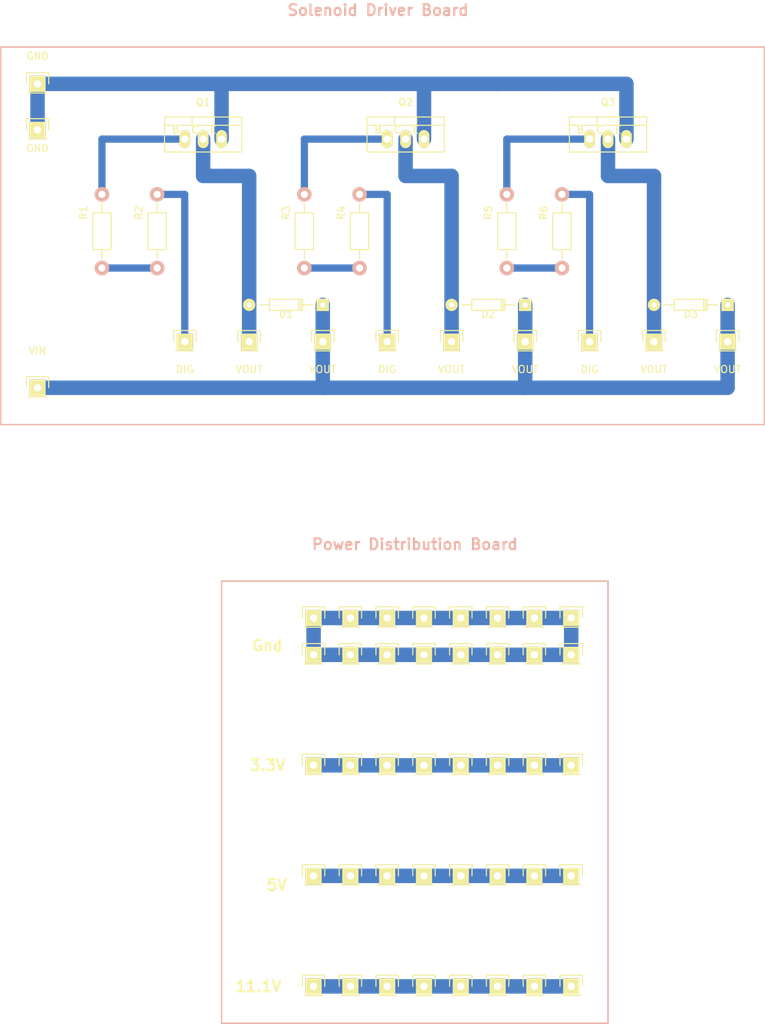
<source format=kicad_pcb>
(kicad_pcb (version 4) (host pcbnew "(2015-01-16 BZR 5376)-product")

  (general
    (links 0)
    (no_connects 0)
    (area 48.159999 21.36 153.770001 162.660001)
    (thickness 1.6)
    (drawings 14)
    (tracks 91)
    (zones 0)
    (modules 64)
    (nets 1)
  )

  (page A4)
  (title_block
    (title "StratoCats 2015 Rover Competition Solenoid Driver Design")
    (date "Thursday, February 26, 2015")
    (rev 1.0)
    (company "UC StratoCats")
  )

  (layers
    (0 F.Cu signal hide)
    (31 B.Cu signal)
    (32 B.Adhes user hide)
    (33 F.Adhes user hide)
    (34 B.Paste user hide)
    (35 F.Paste user hide)
    (36 B.SilkS user)
    (37 F.SilkS user)
    (38 B.Mask user hide)
    (39 F.Mask user hide)
    (40 Dwgs.User user hide)
    (41 Cmts.User user hide)
    (42 Eco1.User user hide)
    (43 Eco2.User user hide)
    (44 Edge.Cuts user hide)
    (45 Margin user hide)
    (46 B.CrtYd user hide)
    (47 F.CrtYd user hide)
    (48 B.Fab user hide)
    (49 F.Fab user hide)
  )

  (setup
    (last_trace_width 2)
    (user_trace_width 1)
    (user_trace_width 2)
    (trace_clearance 0.254)
    (zone_clearance 0.508)
    (zone_45_only no)
    (trace_min 0.254)
    (segment_width 0.2)
    (edge_width 0.1)
    (via_size 0.889)
    (via_drill 0.635)
    (via_min_size 0.889)
    (via_min_drill 0.508)
    (user_via 1.778 1)
    (uvia_size 0.508)
    (uvia_drill 0.127)
    (uvias_allowed no)
    (uvia_min_size 0.508)
    (uvia_min_drill 0.127)
    (pcb_text_width 0.3)
    (pcb_text_size 1.5 1.5)
    (mod_edge_width 0.15)
    (mod_text_size 1 1)
    (mod_text_width 0.15)
    (pad_size 1.5 1.5)
    (pad_drill 0.6)
    (pad_to_mask_clearance 0)
    (aux_axis_origin 0 0)
    (visible_elements 7FFFFFFF)
    (pcbplotparams
      (layerselection 0x00030_80000001)
      (usegerberextensions false)
      (excludeedgelayer true)
      (linewidth 0.100000)
      (plotframeref false)
      (viasonmask false)
      (mode 1)
      (useauxorigin false)
      (hpglpennumber 1)
      (hpglpenspeed 20)
      (hpglpendiameter 15)
      (hpglpenoverlay 2)
      (psnegative false)
      (psa4output false)
      (plotreference true)
      (plotvalue true)
      (plotinvisibletext false)
      (padsonsilk false)
      (subtractmaskfromsilk false)
      (outputformat 1)
      (mirror false)
      (drillshape 0)
      (scaleselection 1)
      (outputdirectory "PCB Printing/"))
  )

  (net 0 "")

  (net_class Default "This is the default net class."
    (clearance 0.254)
    (trace_width 0.254)
    (via_dia 0.889)
    (via_drill 0.635)
    (uvia_dia 0.508)
    (uvia_drill 0.127)
  )

  (module Resistors_ThroughHole:Resistor_Horizontal_RM10mm (layer F.Cu) (tedit 54ED4CA3) (tstamp 54ED4AFA)
    (at 62.23 53.34 270)
    (descr "Resistor, Axial,  RM 10mm, 1/3W,")
    (tags "Resistor, Axial, RM 10mm, 1/3W,")
    (fp_text reference R1 (at -2.54 2.54 270) (layer F.SilkS)
      (effects (font (size 1 1) (thickness 0.15)))
    )
    (fp_text value 470Ω (at 2.54 2.54 270) (layer F.SilkS) hide
      (effects (font (size 1 1) (thickness 0.15)))
    )
    (fp_line (start -2.54 -1.27) (end 2.54 -1.27) (layer F.SilkS) (width 0.15))
    (fp_line (start 2.54 -1.27) (end 2.54 1.27) (layer F.SilkS) (width 0.15))
    (fp_line (start 2.54 1.27) (end -2.54 1.27) (layer F.SilkS) (width 0.15))
    (fp_line (start -2.54 1.27) (end -2.54 -1.27) (layer F.SilkS) (width 0.15))
    (fp_line (start -2.54 0) (end -3.81 0) (layer F.SilkS) (width 0.15))
    (fp_line (start 2.54 0) (end 3.81 0) (layer F.SilkS) (width 0.15))
    (pad 1 thru_hole circle (at -5.08 0 270) (size 1.99898 1.99898) (drill 1.00076) (layers *.Cu *.SilkS *.Mask))
    (pad 2 thru_hole circle (at 5.08 0 270) (size 1.99898 1.99898) (drill 1.00076) (layers *.Cu *.SilkS *.Mask))
    (model Resistors_ThroughHole/Resistor_Horizontal_RM10mm.wrl
      (at (xyz 0 0 0))
      (scale (xyz 0.4 0.4 0.4))
      (rotate (xyz 0 0 0))
    )
  )

  (module Pin_Headers:Pin_Header_Straight_1x01 (layer F.Cu) (tedit 54EF73D0) (tstamp 54EF7642)
    (at 91.44 142.24)
    (descr "Through hole pin header")
    (tags "pin header")
    (fp_text reference "" (at 0 -5.1) (layer F.SilkS)
      (effects (font (size 1 1) (thickness 0.15)))
    )
    (fp_text value "" (at 0 -3.1) (layer F.SilkS) hide
      (effects (font (size 1 1) (thickness 0.15)))
    )
    (fp_line (start 1.55 -1.55) (end 1.55 0) (layer F.SilkS) (width 0.15))
    (fp_line (start -1.75 -1.75) (end -1.75 1.75) (layer F.CrtYd) (width 0.05))
    (fp_line (start 1.75 -1.75) (end 1.75 1.75) (layer F.CrtYd) (width 0.05))
    (fp_line (start -1.75 -1.75) (end 1.75 -1.75) (layer F.CrtYd) (width 0.05))
    (fp_line (start -1.75 1.75) (end 1.75 1.75) (layer F.CrtYd) (width 0.05))
    (fp_line (start -1.55 0) (end -1.55 -1.55) (layer F.SilkS) (width 0.15))
    (fp_line (start -1.55 -1.55) (end 1.55 -1.55) (layer F.SilkS) (width 0.15))
    (fp_line (start -1.27 1.27) (end 1.27 1.27) (layer F.SilkS) (width 0.15))
    (pad 1 thru_hole rect (at 0 0) (size 2.2352 2.2352) (drill 1.016) (layers *.Cu *.Mask F.SilkS))
    (model Pin_Headers/Pin_Header_Straight_1x01.wrl
      (at (xyz 0 0 0))
      (scale (xyz 1 1 1))
      (rotate (xyz 0 0 90))
    )
  )

  (module Pin_Headers:Pin_Header_Straight_1x01 (layer F.Cu) (tedit 54EF73D0) (tstamp 54EF7636)
    (at 96.52 142.24)
    (descr "Through hole pin header")
    (tags "pin header")
    (fp_text reference "" (at 0 -5.1) (layer F.SilkS)
      (effects (font (size 1 1) (thickness 0.15)))
    )
    (fp_text value "" (at 0 -3.1) (layer F.SilkS) hide
      (effects (font (size 1 1) (thickness 0.15)))
    )
    (fp_line (start 1.55 -1.55) (end 1.55 0) (layer F.SilkS) (width 0.15))
    (fp_line (start -1.75 -1.75) (end -1.75 1.75) (layer F.CrtYd) (width 0.05))
    (fp_line (start 1.75 -1.75) (end 1.75 1.75) (layer F.CrtYd) (width 0.05))
    (fp_line (start -1.75 -1.75) (end 1.75 -1.75) (layer F.CrtYd) (width 0.05))
    (fp_line (start -1.75 1.75) (end 1.75 1.75) (layer F.CrtYd) (width 0.05))
    (fp_line (start -1.55 0) (end -1.55 -1.55) (layer F.SilkS) (width 0.15))
    (fp_line (start -1.55 -1.55) (end 1.55 -1.55) (layer F.SilkS) (width 0.15))
    (fp_line (start -1.27 1.27) (end 1.27 1.27) (layer F.SilkS) (width 0.15))
    (pad 1 thru_hole rect (at 0 0) (size 2.2352 2.2352) (drill 1.016) (layers *.Cu *.Mask F.SilkS))
    (model Pin_Headers/Pin_Header_Straight_1x01.wrl
      (at (xyz 0 0 0))
      (scale (xyz 1 1 1))
      (rotate (xyz 0 0 90))
    )
  )

  (module Pin_Headers:Pin_Header_Straight_1x01 (layer F.Cu) (tedit 54EF73D0) (tstamp 54EF762A)
    (at 106.68 142.24)
    (descr "Through hole pin header")
    (tags "pin header")
    (fp_text reference "" (at 0 -5.1) (layer F.SilkS)
      (effects (font (size 1 1) (thickness 0.15)))
    )
    (fp_text value "" (at 0 -3.1) (layer F.SilkS) hide
      (effects (font (size 1 1) (thickness 0.15)))
    )
    (fp_line (start 1.55 -1.55) (end 1.55 0) (layer F.SilkS) (width 0.15))
    (fp_line (start -1.75 -1.75) (end -1.75 1.75) (layer F.CrtYd) (width 0.05))
    (fp_line (start 1.75 -1.75) (end 1.75 1.75) (layer F.CrtYd) (width 0.05))
    (fp_line (start -1.75 -1.75) (end 1.75 -1.75) (layer F.CrtYd) (width 0.05))
    (fp_line (start -1.75 1.75) (end 1.75 1.75) (layer F.CrtYd) (width 0.05))
    (fp_line (start -1.55 0) (end -1.55 -1.55) (layer F.SilkS) (width 0.15))
    (fp_line (start -1.55 -1.55) (end 1.55 -1.55) (layer F.SilkS) (width 0.15))
    (fp_line (start -1.27 1.27) (end 1.27 1.27) (layer F.SilkS) (width 0.15))
    (pad 1 thru_hole rect (at 0 0) (size 2.2352 2.2352) (drill 1.016) (layers *.Cu *.Mask F.SilkS))
    (model Pin_Headers/Pin_Header_Straight_1x01.wrl
      (at (xyz 0 0 0))
      (scale (xyz 1 1 1))
      (rotate (xyz 0 0 90))
    )
  )

  (module Pin_Headers:Pin_Header_Straight_1x01 (layer F.Cu) (tedit 54EF73D0) (tstamp 54EF761E)
    (at 101.6 142.24)
    (descr "Through hole pin header")
    (tags "pin header")
    (fp_text reference "" (at 0 -5.1) (layer F.SilkS)
      (effects (font (size 1 1) (thickness 0.15)))
    )
    (fp_text value "" (at 0 -3.1) (layer F.SilkS) hide
      (effects (font (size 1 1) (thickness 0.15)))
    )
    (fp_line (start 1.55 -1.55) (end 1.55 0) (layer F.SilkS) (width 0.15))
    (fp_line (start -1.75 -1.75) (end -1.75 1.75) (layer F.CrtYd) (width 0.05))
    (fp_line (start 1.75 -1.75) (end 1.75 1.75) (layer F.CrtYd) (width 0.05))
    (fp_line (start -1.75 -1.75) (end 1.75 -1.75) (layer F.CrtYd) (width 0.05))
    (fp_line (start -1.75 1.75) (end 1.75 1.75) (layer F.CrtYd) (width 0.05))
    (fp_line (start -1.55 0) (end -1.55 -1.55) (layer F.SilkS) (width 0.15))
    (fp_line (start -1.55 -1.55) (end 1.55 -1.55) (layer F.SilkS) (width 0.15))
    (fp_line (start -1.27 1.27) (end 1.27 1.27) (layer F.SilkS) (width 0.15))
    (pad 1 thru_hole rect (at 0 0) (size 2.2352 2.2352) (drill 1.016) (layers *.Cu *.Mask F.SilkS))
    (model Pin_Headers/Pin_Header_Straight_1x01.wrl
      (at (xyz 0 0 0))
      (scale (xyz 1 1 1))
      (rotate (xyz 0 0 90))
    )
  )

  (module Pin_Headers:Pin_Header_Straight_1x01 (layer F.Cu) (tedit 54EF73D0) (tstamp 54EF7612)
    (at 121.92 142.24)
    (descr "Through hole pin header")
    (tags "pin header")
    (fp_text reference "" (at 0 -5.1) (layer F.SilkS)
      (effects (font (size 1 1) (thickness 0.15)))
    )
    (fp_text value "" (at 0 -3.1) (layer F.SilkS) hide
      (effects (font (size 1 1) (thickness 0.15)))
    )
    (fp_line (start 1.55 -1.55) (end 1.55 0) (layer F.SilkS) (width 0.15))
    (fp_line (start -1.75 -1.75) (end -1.75 1.75) (layer F.CrtYd) (width 0.05))
    (fp_line (start 1.75 -1.75) (end 1.75 1.75) (layer F.CrtYd) (width 0.05))
    (fp_line (start -1.75 -1.75) (end 1.75 -1.75) (layer F.CrtYd) (width 0.05))
    (fp_line (start -1.75 1.75) (end 1.75 1.75) (layer F.CrtYd) (width 0.05))
    (fp_line (start -1.55 0) (end -1.55 -1.55) (layer F.SilkS) (width 0.15))
    (fp_line (start -1.55 -1.55) (end 1.55 -1.55) (layer F.SilkS) (width 0.15))
    (fp_line (start -1.27 1.27) (end 1.27 1.27) (layer F.SilkS) (width 0.15))
    (pad 1 thru_hole rect (at 0 0) (size 2.2352 2.2352) (drill 1.016) (layers *.Cu *.Mask F.SilkS))
    (model Pin_Headers/Pin_Header_Straight_1x01.wrl
      (at (xyz 0 0 0))
      (scale (xyz 1 1 1))
      (rotate (xyz 0 0 90))
    )
  )

  (module Pin_Headers:Pin_Header_Straight_1x01 (layer F.Cu) (tedit 54EF73D0) (tstamp 54EF7606)
    (at 127 142.24)
    (descr "Through hole pin header")
    (tags "pin header")
    (fp_text reference "" (at 0 -5.1) (layer F.SilkS)
      (effects (font (size 1 1) (thickness 0.15)))
    )
    (fp_text value "" (at 0 -3.1) (layer F.SilkS) hide
      (effects (font (size 1 1) (thickness 0.15)))
    )
    (fp_line (start 1.55 -1.55) (end 1.55 0) (layer F.SilkS) (width 0.15))
    (fp_line (start -1.75 -1.75) (end -1.75 1.75) (layer F.CrtYd) (width 0.05))
    (fp_line (start 1.75 -1.75) (end 1.75 1.75) (layer F.CrtYd) (width 0.05))
    (fp_line (start -1.75 -1.75) (end 1.75 -1.75) (layer F.CrtYd) (width 0.05))
    (fp_line (start -1.75 1.75) (end 1.75 1.75) (layer F.CrtYd) (width 0.05))
    (fp_line (start -1.55 0) (end -1.55 -1.55) (layer F.SilkS) (width 0.15))
    (fp_line (start -1.55 -1.55) (end 1.55 -1.55) (layer F.SilkS) (width 0.15))
    (fp_line (start -1.27 1.27) (end 1.27 1.27) (layer F.SilkS) (width 0.15))
    (pad 1 thru_hole rect (at 0 0) (size 2.2352 2.2352) (drill 1.016) (layers *.Cu *.Mask F.SilkS))
    (model Pin_Headers/Pin_Header_Straight_1x01.wrl
      (at (xyz 0 0 0))
      (scale (xyz 1 1 1))
      (rotate (xyz 0 0 90))
    )
  )

  (module Pin_Headers:Pin_Header_Straight_1x01 (layer F.Cu) (tedit 54EF73D0) (tstamp 54EF75FA)
    (at 116.84 142.24)
    (descr "Through hole pin header")
    (tags "pin header")
    (fp_text reference "" (at 0 -5.1) (layer F.SilkS)
      (effects (font (size 1 1) (thickness 0.15)))
    )
    (fp_text value "" (at 0 -3.1) (layer F.SilkS) hide
      (effects (font (size 1 1) (thickness 0.15)))
    )
    (fp_line (start 1.55 -1.55) (end 1.55 0) (layer F.SilkS) (width 0.15))
    (fp_line (start -1.75 -1.75) (end -1.75 1.75) (layer F.CrtYd) (width 0.05))
    (fp_line (start 1.75 -1.75) (end 1.75 1.75) (layer F.CrtYd) (width 0.05))
    (fp_line (start -1.75 -1.75) (end 1.75 -1.75) (layer F.CrtYd) (width 0.05))
    (fp_line (start -1.75 1.75) (end 1.75 1.75) (layer F.CrtYd) (width 0.05))
    (fp_line (start -1.55 0) (end -1.55 -1.55) (layer F.SilkS) (width 0.15))
    (fp_line (start -1.55 -1.55) (end 1.55 -1.55) (layer F.SilkS) (width 0.15))
    (fp_line (start -1.27 1.27) (end 1.27 1.27) (layer F.SilkS) (width 0.15))
    (pad 1 thru_hole rect (at 0 0) (size 2.2352 2.2352) (drill 1.016) (layers *.Cu *.Mask F.SilkS))
    (model Pin_Headers/Pin_Header_Straight_1x01.wrl
      (at (xyz 0 0 0))
      (scale (xyz 1 1 1))
      (rotate (xyz 0 0 90))
    )
  )

  (module Pin_Headers:Pin_Header_Straight_1x01 (layer F.Cu) (tedit 54EF73D0) (tstamp 54EF75EE)
    (at 111.76 142.24)
    (descr "Through hole pin header")
    (tags "pin header")
    (fp_text reference "" (at 0 -5.1) (layer F.SilkS)
      (effects (font (size 1 1) (thickness 0.15)))
    )
    (fp_text value "" (at 0 -3.1) (layer F.SilkS) hide
      (effects (font (size 1 1) (thickness 0.15)))
    )
    (fp_line (start 1.55 -1.55) (end 1.55 0) (layer F.SilkS) (width 0.15))
    (fp_line (start -1.75 -1.75) (end -1.75 1.75) (layer F.CrtYd) (width 0.05))
    (fp_line (start 1.75 -1.75) (end 1.75 1.75) (layer F.CrtYd) (width 0.05))
    (fp_line (start -1.75 -1.75) (end 1.75 -1.75) (layer F.CrtYd) (width 0.05))
    (fp_line (start -1.75 1.75) (end 1.75 1.75) (layer F.CrtYd) (width 0.05))
    (fp_line (start -1.55 0) (end -1.55 -1.55) (layer F.SilkS) (width 0.15))
    (fp_line (start -1.55 -1.55) (end 1.55 -1.55) (layer F.SilkS) (width 0.15))
    (fp_line (start -1.27 1.27) (end 1.27 1.27) (layer F.SilkS) (width 0.15))
    (pad 1 thru_hole rect (at 0 0) (size 2.2352 2.2352) (drill 1.016) (layers *.Cu *.Mask F.SilkS))
    (model Pin_Headers/Pin_Header_Straight_1x01.wrl
      (at (xyz 0 0 0))
      (scale (xyz 1 1 1))
      (rotate (xyz 0 0 90))
    )
  )

  (module Pin_Headers:Pin_Header_Straight_1x01 (layer F.Cu) (tedit 54EF73D0) (tstamp 54EF75D9)
    (at 111.76 127)
    (descr "Through hole pin header")
    (tags "pin header")
    (fp_text reference "" (at 0 -5.1) (layer F.SilkS)
      (effects (font (size 1 1) (thickness 0.15)))
    )
    (fp_text value "" (at 0 -3.1) (layer F.SilkS) hide
      (effects (font (size 1 1) (thickness 0.15)))
    )
    (fp_line (start 1.55 -1.55) (end 1.55 0) (layer F.SilkS) (width 0.15))
    (fp_line (start -1.75 -1.75) (end -1.75 1.75) (layer F.CrtYd) (width 0.05))
    (fp_line (start 1.75 -1.75) (end 1.75 1.75) (layer F.CrtYd) (width 0.05))
    (fp_line (start -1.75 -1.75) (end 1.75 -1.75) (layer F.CrtYd) (width 0.05))
    (fp_line (start -1.75 1.75) (end 1.75 1.75) (layer F.CrtYd) (width 0.05))
    (fp_line (start -1.55 0) (end -1.55 -1.55) (layer F.SilkS) (width 0.15))
    (fp_line (start -1.55 -1.55) (end 1.55 -1.55) (layer F.SilkS) (width 0.15))
    (fp_line (start -1.27 1.27) (end 1.27 1.27) (layer F.SilkS) (width 0.15))
    (pad 1 thru_hole rect (at 0 0) (size 2.2352 2.2352) (drill 1.016) (layers *.Cu *.Mask F.SilkS))
    (model Pin_Headers/Pin_Header_Straight_1x01.wrl
      (at (xyz 0 0 0))
      (scale (xyz 1 1 1))
      (rotate (xyz 0 0 90))
    )
  )

  (module Pin_Headers:Pin_Header_Straight_1x01 (layer F.Cu) (tedit 54EF73D0) (tstamp 54EF75CD)
    (at 116.84 127)
    (descr "Through hole pin header")
    (tags "pin header")
    (fp_text reference "" (at 0 -5.1) (layer F.SilkS)
      (effects (font (size 1 1) (thickness 0.15)))
    )
    (fp_text value "" (at 0 -3.1) (layer F.SilkS) hide
      (effects (font (size 1 1) (thickness 0.15)))
    )
    (fp_line (start 1.55 -1.55) (end 1.55 0) (layer F.SilkS) (width 0.15))
    (fp_line (start -1.75 -1.75) (end -1.75 1.75) (layer F.CrtYd) (width 0.05))
    (fp_line (start 1.75 -1.75) (end 1.75 1.75) (layer F.CrtYd) (width 0.05))
    (fp_line (start -1.75 -1.75) (end 1.75 -1.75) (layer F.CrtYd) (width 0.05))
    (fp_line (start -1.75 1.75) (end 1.75 1.75) (layer F.CrtYd) (width 0.05))
    (fp_line (start -1.55 0) (end -1.55 -1.55) (layer F.SilkS) (width 0.15))
    (fp_line (start -1.55 -1.55) (end 1.55 -1.55) (layer F.SilkS) (width 0.15))
    (fp_line (start -1.27 1.27) (end 1.27 1.27) (layer F.SilkS) (width 0.15))
    (pad 1 thru_hole rect (at 0 0) (size 2.2352 2.2352) (drill 1.016) (layers *.Cu *.Mask F.SilkS))
    (model Pin_Headers/Pin_Header_Straight_1x01.wrl
      (at (xyz 0 0 0))
      (scale (xyz 1 1 1))
      (rotate (xyz 0 0 90))
    )
  )

  (module Pin_Headers:Pin_Header_Straight_1x01 (layer F.Cu) (tedit 54EF73D0) (tstamp 54EF75C1)
    (at 127 127)
    (descr "Through hole pin header")
    (tags "pin header")
    (fp_text reference "" (at 0 -5.1) (layer F.SilkS)
      (effects (font (size 1 1) (thickness 0.15)))
    )
    (fp_text value "" (at 0 -3.1) (layer F.SilkS) hide
      (effects (font (size 1 1) (thickness 0.15)))
    )
    (fp_line (start 1.55 -1.55) (end 1.55 0) (layer F.SilkS) (width 0.15))
    (fp_line (start -1.75 -1.75) (end -1.75 1.75) (layer F.CrtYd) (width 0.05))
    (fp_line (start 1.75 -1.75) (end 1.75 1.75) (layer F.CrtYd) (width 0.05))
    (fp_line (start -1.75 -1.75) (end 1.75 -1.75) (layer F.CrtYd) (width 0.05))
    (fp_line (start -1.75 1.75) (end 1.75 1.75) (layer F.CrtYd) (width 0.05))
    (fp_line (start -1.55 0) (end -1.55 -1.55) (layer F.SilkS) (width 0.15))
    (fp_line (start -1.55 -1.55) (end 1.55 -1.55) (layer F.SilkS) (width 0.15))
    (fp_line (start -1.27 1.27) (end 1.27 1.27) (layer F.SilkS) (width 0.15))
    (pad 1 thru_hole rect (at 0 0) (size 2.2352 2.2352) (drill 1.016) (layers *.Cu *.Mask F.SilkS))
    (model Pin_Headers/Pin_Header_Straight_1x01.wrl
      (at (xyz 0 0 0))
      (scale (xyz 1 1 1))
      (rotate (xyz 0 0 90))
    )
  )

  (module Pin_Headers:Pin_Header_Straight_1x01 (layer F.Cu) (tedit 54EF73D0) (tstamp 54EF75B5)
    (at 121.92 127)
    (descr "Through hole pin header")
    (tags "pin header")
    (fp_text reference "" (at 0 -5.1) (layer F.SilkS)
      (effects (font (size 1 1) (thickness 0.15)))
    )
    (fp_text value "" (at 0 -3.1) (layer F.SilkS) hide
      (effects (font (size 1 1) (thickness 0.15)))
    )
    (fp_line (start 1.55 -1.55) (end 1.55 0) (layer F.SilkS) (width 0.15))
    (fp_line (start -1.75 -1.75) (end -1.75 1.75) (layer F.CrtYd) (width 0.05))
    (fp_line (start 1.75 -1.75) (end 1.75 1.75) (layer F.CrtYd) (width 0.05))
    (fp_line (start -1.75 -1.75) (end 1.75 -1.75) (layer F.CrtYd) (width 0.05))
    (fp_line (start -1.75 1.75) (end 1.75 1.75) (layer F.CrtYd) (width 0.05))
    (fp_line (start -1.55 0) (end -1.55 -1.55) (layer F.SilkS) (width 0.15))
    (fp_line (start -1.55 -1.55) (end 1.55 -1.55) (layer F.SilkS) (width 0.15))
    (fp_line (start -1.27 1.27) (end 1.27 1.27) (layer F.SilkS) (width 0.15))
    (pad 1 thru_hole rect (at 0 0) (size 2.2352 2.2352) (drill 1.016) (layers *.Cu *.Mask F.SilkS))
    (model Pin_Headers/Pin_Header_Straight_1x01.wrl
      (at (xyz 0 0 0))
      (scale (xyz 1 1 1))
      (rotate (xyz 0 0 90))
    )
  )

  (module Pin_Headers:Pin_Header_Straight_1x01 (layer F.Cu) (tedit 54EF73D0) (tstamp 54EF75A9)
    (at 101.6 127)
    (descr "Through hole pin header")
    (tags "pin header")
    (fp_text reference "" (at 0 -5.1) (layer F.SilkS)
      (effects (font (size 1 1) (thickness 0.15)))
    )
    (fp_text value "" (at 0 -3.1) (layer F.SilkS) hide
      (effects (font (size 1 1) (thickness 0.15)))
    )
    (fp_line (start 1.55 -1.55) (end 1.55 0) (layer F.SilkS) (width 0.15))
    (fp_line (start -1.75 -1.75) (end -1.75 1.75) (layer F.CrtYd) (width 0.05))
    (fp_line (start 1.75 -1.75) (end 1.75 1.75) (layer F.CrtYd) (width 0.05))
    (fp_line (start -1.75 -1.75) (end 1.75 -1.75) (layer F.CrtYd) (width 0.05))
    (fp_line (start -1.75 1.75) (end 1.75 1.75) (layer F.CrtYd) (width 0.05))
    (fp_line (start -1.55 0) (end -1.55 -1.55) (layer F.SilkS) (width 0.15))
    (fp_line (start -1.55 -1.55) (end 1.55 -1.55) (layer F.SilkS) (width 0.15))
    (fp_line (start -1.27 1.27) (end 1.27 1.27) (layer F.SilkS) (width 0.15))
    (pad 1 thru_hole rect (at 0 0) (size 2.2352 2.2352) (drill 1.016) (layers *.Cu *.Mask F.SilkS))
    (model Pin_Headers/Pin_Header_Straight_1x01.wrl
      (at (xyz 0 0 0))
      (scale (xyz 1 1 1))
      (rotate (xyz 0 0 90))
    )
  )

  (module Pin_Headers:Pin_Header_Straight_1x01 (layer F.Cu) (tedit 54EF73D0) (tstamp 54EF759D)
    (at 106.68 127)
    (descr "Through hole pin header")
    (tags "pin header")
    (fp_text reference "" (at 0 -5.1) (layer F.SilkS)
      (effects (font (size 1 1) (thickness 0.15)))
    )
    (fp_text value "" (at 0 -3.1) (layer F.SilkS) hide
      (effects (font (size 1 1) (thickness 0.15)))
    )
    (fp_line (start 1.55 -1.55) (end 1.55 0) (layer F.SilkS) (width 0.15))
    (fp_line (start -1.75 -1.75) (end -1.75 1.75) (layer F.CrtYd) (width 0.05))
    (fp_line (start 1.75 -1.75) (end 1.75 1.75) (layer F.CrtYd) (width 0.05))
    (fp_line (start -1.75 -1.75) (end 1.75 -1.75) (layer F.CrtYd) (width 0.05))
    (fp_line (start -1.75 1.75) (end 1.75 1.75) (layer F.CrtYd) (width 0.05))
    (fp_line (start -1.55 0) (end -1.55 -1.55) (layer F.SilkS) (width 0.15))
    (fp_line (start -1.55 -1.55) (end 1.55 -1.55) (layer F.SilkS) (width 0.15))
    (fp_line (start -1.27 1.27) (end 1.27 1.27) (layer F.SilkS) (width 0.15))
    (pad 1 thru_hole rect (at 0 0) (size 2.2352 2.2352) (drill 1.016) (layers *.Cu *.Mask F.SilkS))
    (model Pin_Headers/Pin_Header_Straight_1x01.wrl
      (at (xyz 0 0 0))
      (scale (xyz 1 1 1))
      (rotate (xyz 0 0 90))
    )
  )

  (module Pin_Headers:Pin_Header_Straight_1x01 (layer F.Cu) (tedit 54EF73D0) (tstamp 54EF7591)
    (at 96.52 127)
    (descr "Through hole pin header")
    (tags "pin header")
    (fp_text reference "" (at 0 -5.1) (layer F.SilkS)
      (effects (font (size 1 1) (thickness 0.15)))
    )
    (fp_text value "" (at 0 -3.1) (layer F.SilkS) hide
      (effects (font (size 1 1) (thickness 0.15)))
    )
    (fp_line (start 1.55 -1.55) (end 1.55 0) (layer F.SilkS) (width 0.15))
    (fp_line (start -1.75 -1.75) (end -1.75 1.75) (layer F.CrtYd) (width 0.05))
    (fp_line (start 1.75 -1.75) (end 1.75 1.75) (layer F.CrtYd) (width 0.05))
    (fp_line (start -1.75 -1.75) (end 1.75 -1.75) (layer F.CrtYd) (width 0.05))
    (fp_line (start -1.75 1.75) (end 1.75 1.75) (layer F.CrtYd) (width 0.05))
    (fp_line (start -1.55 0) (end -1.55 -1.55) (layer F.SilkS) (width 0.15))
    (fp_line (start -1.55 -1.55) (end 1.55 -1.55) (layer F.SilkS) (width 0.15))
    (fp_line (start -1.27 1.27) (end 1.27 1.27) (layer F.SilkS) (width 0.15))
    (pad 1 thru_hole rect (at 0 0) (size 2.2352 2.2352) (drill 1.016) (layers *.Cu *.Mask F.SilkS))
    (model Pin_Headers/Pin_Header_Straight_1x01.wrl
      (at (xyz 0 0 0))
      (scale (xyz 1 1 1))
      (rotate (xyz 0 0 90))
    )
  )

  (module Pin_Headers:Pin_Header_Straight_1x01 (layer F.Cu) (tedit 54EF73D0) (tstamp 54EF7585)
    (at 91.44 127)
    (descr "Through hole pin header")
    (tags "pin header")
    (fp_text reference "" (at 0 -5.1) (layer F.SilkS)
      (effects (font (size 1 1) (thickness 0.15)))
    )
    (fp_text value "" (at 0 -3.1) (layer F.SilkS) hide
      (effects (font (size 1 1) (thickness 0.15)))
    )
    (fp_line (start 1.55 -1.55) (end 1.55 0) (layer F.SilkS) (width 0.15))
    (fp_line (start -1.75 -1.75) (end -1.75 1.75) (layer F.CrtYd) (width 0.05))
    (fp_line (start 1.75 -1.75) (end 1.75 1.75) (layer F.CrtYd) (width 0.05))
    (fp_line (start -1.75 -1.75) (end 1.75 -1.75) (layer F.CrtYd) (width 0.05))
    (fp_line (start -1.75 1.75) (end 1.75 1.75) (layer F.CrtYd) (width 0.05))
    (fp_line (start -1.55 0) (end -1.55 -1.55) (layer F.SilkS) (width 0.15))
    (fp_line (start -1.55 -1.55) (end 1.55 -1.55) (layer F.SilkS) (width 0.15))
    (fp_line (start -1.27 1.27) (end 1.27 1.27) (layer F.SilkS) (width 0.15))
    (pad 1 thru_hole rect (at 0 0) (size 2.2352 2.2352) (drill 1.016) (layers *.Cu *.Mask F.SilkS))
    (model Pin_Headers/Pin_Header_Straight_1x01.wrl
      (at (xyz 0 0 0))
      (scale (xyz 1 1 1))
      (rotate (xyz 0 0 90))
    )
  )

  (module Pin_Headers:Pin_Header_Straight_1x01 (layer F.Cu) (tedit 54EF73D0) (tstamp 54EF756E)
    (at 91.44 157.48)
    (descr "Through hole pin header")
    (tags "pin header")
    (fp_text reference "" (at 0 -5.1) (layer F.SilkS)
      (effects (font (size 1 1) (thickness 0.15)))
    )
    (fp_text value "" (at 0 -3.1) (layer F.SilkS) hide
      (effects (font (size 1 1) (thickness 0.15)))
    )
    (fp_line (start 1.55 -1.55) (end 1.55 0) (layer F.SilkS) (width 0.15))
    (fp_line (start -1.75 -1.75) (end -1.75 1.75) (layer F.CrtYd) (width 0.05))
    (fp_line (start 1.75 -1.75) (end 1.75 1.75) (layer F.CrtYd) (width 0.05))
    (fp_line (start -1.75 -1.75) (end 1.75 -1.75) (layer F.CrtYd) (width 0.05))
    (fp_line (start -1.75 1.75) (end 1.75 1.75) (layer F.CrtYd) (width 0.05))
    (fp_line (start -1.55 0) (end -1.55 -1.55) (layer F.SilkS) (width 0.15))
    (fp_line (start -1.55 -1.55) (end 1.55 -1.55) (layer F.SilkS) (width 0.15))
    (fp_line (start -1.27 1.27) (end 1.27 1.27) (layer F.SilkS) (width 0.15))
    (pad 1 thru_hole rect (at 0 0) (size 2.2352 2.2352) (drill 1.016) (layers *.Cu *.Mask F.SilkS))
    (model Pin_Headers/Pin_Header_Straight_1x01.wrl
      (at (xyz 0 0 0))
      (scale (xyz 1 1 1))
      (rotate (xyz 0 0 90))
    )
  )

  (module Pin_Headers:Pin_Header_Straight_1x01 (layer F.Cu) (tedit 54EF73D0) (tstamp 54EF7562)
    (at 96.52 157.48)
    (descr "Through hole pin header")
    (tags "pin header")
    (fp_text reference "" (at 0 -5.1) (layer F.SilkS)
      (effects (font (size 1 1) (thickness 0.15)))
    )
    (fp_text value "" (at 0 -3.1) (layer F.SilkS) hide
      (effects (font (size 1 1) (thickness 0.15)))
    )
    (fp_line (start 1.55 -1.55) (end 1.55 0) (layer F.SilkS) (width 0.15))
    (fp_line (start -1.75 -1.75) (end -1.75 1.75) (layer F.CrtYd) (width 0.05))
    (fp_line (start 1.75 -1.75) (end 1.75 1.75) (layer F.CrtYd) (width 0.05))
    (fp_line (start -1.75 -1.75) (end 1.75 -1.75) (layer F.CrtYd) (width 0.05))
    (fp_line (start -1.75 1.75) (end 1.75 1.75) (layer F.CrtYd) (width 0.05))
    (fp_line (start -1.55 0) (end -1.55 -1.55) (layer F.SilkS) (width 0.15))
    (fp_line (start -1.55 -1.55) (end 1.55 -1.55) (layer F.SilkS) (width 0.15))
    (fp_line (start -1.27 1.27) (end 1.27 1.27) (layer F.SilkS) (width 0.15))
    (pad 1 thru_hole rect (at 0 0) (size 2.2352 2.2352) (drill 1.016) (layers *.Cu *.Mask F.SilkS))
    (model Pin_Headers/Pin_Header_Straight_1x01.wrl
      (at (xyz 0 0 0))
      (scale (xyz 1 1 1))
      (rotate (xyz 0 0 90))
    )
  )

  (module Pin_Headers:Pin_Header_Straight_1x01 (layer F.Cu) (tedit 54EF73D0) (tstamp 54EF7556)
    (at 106.68 157.48)
    (descr "Through hole pin header")
    (tags "pin header")
    (fp_text reference "" (at 0 -5.1) (layer F.SilkS)
      (effects (font (size 1 1) (thickness 0.15)))
    )
    (fp_text value "" (at 0 -3.1) (layer F.SilkS) hide
      (effects (font (size 1 1) (thickness 0.15)))
    )
    (fp_line (start 1.55 -1.55) (end 1.55 0) (layer F.SilkS) (width 0.15))
    (fp_line (start -1.75 -1.75) (end -1.75 1.75) (layer F.CrtYd) (width 0.05))
    (fp_line (start 1.75 -1.75) (end 1.75 1.75) (layer F.CrtYd) (width 0.05))
    (fp_line (start -1.75 -1.75) (end 1.75 -1.75) (layer F.CrtYd) (width 0.05))
    (fp_line (start -1.75 1.75) (end 1.75 1.75) (layer F.CrtYd) (width 0.05))
    (fp_line (start -1.55 0) (end -1.55 -1.55) (layer F.SilkS) (width 0.15))
    (fp_line (start -1.55 -1.55) (end 1.55 -1.55) (layer F.SilkS) (width 0.15))
    (fp_line (start -1.27 1.27) (end 1.27 1.27) (layer F.SilkS) (width 0.15))
    (pad 1 thru_hole rect (at 0 0) (size 2.2352 2.2352) (drill 1.016) (layers *.Cu *.Mask F.SilkS))
    (model Pin_Headers/Pin_Header_Straight_1x01.wrl
      (at (xyz 0 0 0))
      (scale (xyz 1 1 1))
      (rotate (xyz 0 0 90))
    )
  )

  (module Pin_Headers:Pin_Header_Straight_1x01 (layer F.Cu) (tedit 54EF73D0) (tstamp 54EF754A)
    (at 101.6 157.48)
    (descr "Through hole pin header")
    (tags "pin header")
    (fp_text reference "" (at 0 -5.1) (layer F.SilkS)
      (effects (font (size 1 1) (thickness 0.15)))
    )
    (fp_text value "" (at 0 -3.1) (layer F.SilkS) hide
      (effects (font (size 1 1) (thickness 0.15)))
    )
    (fp_line (start 1.55 -1.55) (end 1.55 0) (layer F.SilkS) (width 0.15))
    (fp_line (start -1.75 -1.75) (end -1.75 1.75) (layer F.CrtYd) (width 0.05))
    (fp_line (start 1.75 -1.75) (end 1.75 1.75) (layer F.CrtYd) (width 0.05))
    (fp_line (start -1.75 -1.75) (end 1.75 -1.75) (layer F.CrtYd) (width 0.05))
    (fp_line (start -1.75 1.75) (end 1.75 1.75) (layer F.CrtYd) (width 0.05))
    (fp_line (start -1.55 0) (end -1.55 -1.55) (layer F.SilkS) (width 0.15))
    (fp_line (start -1.55 -1.55) (end 1.55 -1.55) (layer F.SilkS) (width 0.15))
    (fp_line (start -1.27 1.27) (end 1.27 1.27) (layer F.SilkS) (width 0.15))
    (pad 1 thru_hole rect (at 0 0) (size 2.2352 2.2352) (drill 1.016) (layers *.Cu *.Mask F.SilkS))
    (model Pin_Headers/Pin_Header_Straight_1x01.wrl
      (at (xyz 0 0 0))
      (scale (xyz 1 1 1))
      (rotate (xyz 0 0 90))
    )
  )

  (module Pin_Headers:Pin_Header_Straight_1x01 (layer F.Cu) (tedit 54EF73D0) (tstamp 54EF753E)
    (at 121.92 157.48)
    (descr "Through hole pin header")
    (tags "pin header")
    (fp_text reference "" (at 0 -5.1) (layer F.SilkS)
      (effects (font (size 1 1) (thickness 0.15)))
    )
    (fp_text value "" (at 0 -3.1) (layer F.SilkS) hide
      (effects (font (size 1 1) (thickness 0.15)))
    )
    (fp_line (start 1.55 -1.55) (end 1.55 0) (layer F.SilkS) (width 0.15))
    (fp_line (start -1.75 -1.75) (end -1.75 1.75) (layer F.CrtYd) (width 0.05))
    (fp_line (start 1.75 -1.75) (end 1.75 1.75) (layer F.CrtYd) (width 0.05))
    (fp_line (start -1.75 -1.75) (end 1.75 -1.75) (layer F.CrtYd) (width 0.05))
    (fp_line (start -1.75 1.75) (end 1.75 1.75) (layer F.CrtYd) (width 0.05))
    (fp_line (start -1.55 0) (end -1.55 -1.55) (layer F.SilkS) (width 0.15))
    (fp_line (start -1.55 -1.55) (end 1.55 -1.55) (layer F.SilkS) (width 0.15))
    (fp_line (start -1.27 1.27) (end 1.27 1.27) (layer F.SilkS) (width 0.15))
    (pad 1 thru_hole rect (at 0 0) (size 2.2352 2.2352) (drill 1.016) (layers *.Cu *.Mask F.SilkS))
    (model Pin_Headers/Pin_Header_Straight_1x01.wrl
      (at (xyz 0 0 0))
      (scale (xyz 1 1 1))
      (rotate (xyz 0 0 90))
    )
  )

  (module Pin_Headers:Pin_Header_Straight_1x01 (layer F.Cu) (tedit 54EF73D0) (tstamp 54EF7532)
    (at 127 157.48)
    (descr "Through hole pin header")
    (tags "pin header")
    (fp_text reference "" (at 0 -5.1) (layer F.SilkS)
      (effects (font (size 1 1) (thickness 0.15)))
    )
    (fp_text value "" (at 0 -3.1) (layer F.SilkS) hide
      (effects (font (size 1 1) (thickness 0.15)))
    )
    (fp_line (start 1.55 -1.55) (end 1.55 0) (layer F.SilkS) (width 0.15))
    (fp_line (start -1.75 -1.75) (end -1.75 1.75) (layer F.CrtYd) (width 0.05))
    (fp_line (start 1.75 -1.75) (end 1.75 1.75) (layer F.CrtYd) (width 0.05))
    (fp_line (start -1.75 -1.75) (end 1.75 -1.75) (layer F.CrtYd) (width 0.05))
    (fp_line (start -1.75 1.75) (end 1.75 1.75) (layer F.CrtYd) (width 0.05))
    (fp_line (start -1.55 0) (end -1.55 -1.55) (layer F.SilkS) (width 0.15))
    (fp_line (start -1.55 -1.55) (end 1.55 -1.55) (layer F.SilkS) (width 0.15))
    (fp_line (start -1.27 1.27) (end 1.27 1.27) (layer F.SilkS) (width 0.15))
    (pad 1 thru_hole rect (at 0 0) (size 2.2352 2.2352) (drill 1.016) (layers *.Cu *.Mask F.SilkS))
    (model Pin_Headers/Pin_Header_Straight_1x01.wrl
      (at (xyz 0 0 0))
      (scale (xyz 1 1 1))
      (rotate (xyz 0 0 90))
    )
  )

  (module Pin_Headers:Pin_Header_Straight_1x01 (layer F.Cu) (tedit 54EF73D0) (tstamp 54EF7526)
    (at 116.84 157.48)
    (descr "Through hole pin header")
    (tags "pin header")
    (fp_text reference "" (at 0 -5.1) (layer F.SilkS)
      (effects (font (size 1 1) (thickness 0.15)))
    )
    (fp_text value "" (at 0 -3.1) (layer F.SilkS) hide
      (effects (font (size 1 1) (thickness 0.15)))
    )
    (fp_line (start 1.55 -1.55) (end 1.55 0) (layer F.SilkS) (width 0.15))
    (fp_line (start -1.75 -1.75) (end -1.75 1.75) (layer F.CrtYd) (width 0.05))
    (fp_line (start 1.75 -1.75) (end 1.75 1.75) (layer F.CrtYd) (width 0.05))
    (fp_line (start -1.75 -1.75) (end 1.75 -1.75) (layer F.CrtYd) (width 0.05))
    (fp_line (start -1.75 1.75) (end 1.75 1.75) (layer F.CrtYd) (width 0.05))
    (fp_line (start -1.55 0) (end -1.55 -1.55) (layer F.SilkS) (width 0.15))
    (fp_line (start -1.55 -1.55) (end 1.55 -1.55) (layer F.SilkS) (width 0.15))
    (fp_line (start -1.27 1.27) (end 1.27 1.27) (layer F.SilkS) (width 0.15))
    (pad 1 thru_hole rect (at 0 0) (size 2.2352 2.2352) (drill 1.016) (layers *.Cu *.Mask F.SilkS))
    (model Pin_Headers/Pin_Header_Straight_1x01.wrl
      (at (xyz 0 0 0))
      (scale (xyz 1 1 1))
      (rotate (xyz 0 0 90))
    )
  )

  (module Pin_Headers:Pin_Header_Straight_1x01 (layer F.Cu) (tedit 54EF73D0) (tstamp 54EF751A)
    (at 111.76 157.48)
    (descr "Through hole pin header")
    (tags "pin header")
    (fp_text reference "" (at 0 -5.1) (layer F.SilkS)
      (effects (font (size 1 1) (thickness 0.15)))
    )
    (fp_text value "" (at 0 -3.1) (layer F.SilkS) hide
      (effects (font (size 1 1) (thickness 0.15)))
    )
    (fp_line (start 1.55 -1.55) (end 1.55 0) (layer F.SilkS) (width 0.15))
    (fp_line (start -1.75 -1.75) (end -1.75 1.75) (layer F.CrtYd) (width 0.05))
    (fp_line (start 1.75 -1.75) (end 1.75 1.75) (layer F.CrtYd) (width 0.05))
    (fp_line (start -1.75 -1.75) (end 1.75 -1.75) (layer F.CrtYd) (width 0.05))
    (fp_line (start -1.75 1.75) (end 1.75 1.75) (layer F.CrtYd) (width 0.05))
    (fp_line (start -1.55 0) (end -1.55 -1.55) (layer F.SilkS) (width 0.15))
    (fp_line (start -1.55 -1.55) (end 1.55 -1.55) (layer F.SilkS) (width 0.15))
    (fp_line (start -1.27 1.27) (end 1.27 1.27) (layer F.SilkS) (width 0.15))
    (pad 1 thru_hole rect (at 0 0) (size 2.2352 2.2352) (drill 1.016) (layers *.Cu *.Mask F.SilkS))
    (model Pin_Headers/Pin_Header_Straight_1x01.wrl
      (at (xyz 0 0 0))
      (scale (xyz 1 1 1))
      (rotate (xyz 0 0 90))
    )
  )

  (module Pin_Headers:Pin_Header_Straight_1x01 (layer F.Cu) (tedit 54EF73D0) (tstamp 54EF74EF)
    (at 91.44 111.76)
    (descr "Through hole pin header")
    (tags "pin header")
    (fp_text reference "" (at 0 -5.1) (layer F.SilkS)
      (effects (font (size 1 1) (thickness 0.15)))
    )
    (fp_text value "" (at 0 -3.1) (layer F.SilkS) hide
      (effects (font (size 1 1) (thickness 0.15)))
    )
    (fp_line (start 1.55 -1.55) (end 1.55 0) (layer F.SilkS) (width 0.15))
    (fp_line (start -1.75 -1.75) (end -1.75 1.75) (layer F.CrtYd) (width 0.05))
    (fp_line (start 1.75 -1.75) (end 1.75 1.75) (layer F.CrtYd) (width 0.05))
    (fp_line (start -1.75 -1.75) (end 1.75 -1.75) (layer F.CrtYd) (width 0.05))
    (fp_line (start -1.75 1.75) (end 1.75 1.75) (layer F.CrtYd) (width 0.05))
    (fp_line (start -1.55 0) (end -1.55 -1.55) (layer F.SilkS) (width 0.15))
    (fp_line (start -1.55 -1.55) (end 1.55 -1.55) (layer F.SilkS) (width 0.15))
    (fp_line (start -1.27 1.27) (end 1.27 1.27) (layer F.SilkS) (width 0.15))
    (pad 1 thru_hole rect (at 0 0) (size 2.2352 2.2352) (drill 1.016) (layers *.Cu *.Mask F.SilkS))
    (model Pin_Headers/Pin_Header_Straight_1x01.wrl
      (at (xyz 0 0 0))
      (scale (xyz 1 1 1))
      (rotate (xyz 0 0 90))
    )
  )

  (module Pin_Headers:Pin_Header_Straight_1x01 (layer F.Cu) (tedit 54EF73D0) (tstamp 54EF74E3)
    (at 96.52 111.76)
    (descr "Through hole pin header")
    (tags "pin header")
    (fp_text reference "" (at 0 -5.1) (layer F.SilkS)
      (effects (font (size 1 1) (thickness 0.15)))
    )
    (fp_text value "" (at 0 -3.1) (layer F.SilkS) hide
      (effects (font (size 1 1) (thickness 0.15)))
    )
    (fp_line (start 1.55 -1.55) (end 1.55 0) (layer F.SilkS) (width 0.15))
    (fp_line (start -1.75 -1.75) (end -1.75 1.75) (layer F.CrtYd) (width 0.05))
    (fp_line (start 1.75 -1.75) (end 1.75 1.75) (layer F.CrtYd) (width 0.05))
    (fp_line (start -1.75 -1.75) (end 1.75 -1.75) (layer F.CrtYd) (width 0.05))
    (fp_line (start -1.75 1.75) (end 1.75 1.75) (layer F.CrtYd) (width 0.05))
    (fp_line (start -1.55 0) (end -1.55 -1.55) (layer F.SilkS) (width 0.15))
    (fp_line (start -1.55 -1.55) (end 1.55 -1.55) (layer F.SilkS) (width 0.15))
    (fp_line (start -1.27 1.27) (end 1.27 1.27) (layer F.SilkS) (width 0.15))
    (pad 1 thru_hole rect (at 0 0) (size 2.2352 2.2352) (drill 1.016) (layers *.Cu *.Mask F.SilkS))
    (model Pin_Headers/Pin_Header_Straight_1x01.wrl
      (at (xyz 0 0 0))
      (scale (xyz 1 1 1))
      (rotate (xyz 0 0 90))
    )
  )

  (module Pin_Headers:Pin_Header_Straight_1x01 (layer F.Cu) (tedit 54EF73D0) (tstamp 54EF74D7)
    (at 106.68 111.76)
    (descr "Through hole pin header")
    (tags "pin header")
    (fp_text reference "" (at 0 -5.1) (layer F.SilkS)
      (effects (font (size 1 1) (thickness 0.15)))
    )
    (fp_text value "" (at 0 -3.1) (layer F.SilkS) hide
      (effects (font (size 1 1) (thickness 0.15)))
    )
    (fp_line (start 1.55 -1.55) (end 1.55 0) (layer F.SilkS) (width 0.15))
    (fp_line (start -1.75 -1.75) (end -1.75 1.75) (layer F.CrtYd) (width 0.05))
    (fp_line (start 1.75 -1.75) (end 1.75 1.75) (layer F.CrtYd) (width 0.05))
    (fp_line (start -1.75 -1.75) (end 1.75 -1.75) (layer F.CrtYd) (width 0.05))
    (fp_line (start -1.75 1.75) (end 1.75 1.75) (layer F.CrtYd) (width 0.05))
    (fp_line (start -1.55 0) (end -1.55 -1.55) (layer F.SilkS) (width 0.15))
    (fp_line (start -1.55 -1.55) (end 1.55 -1.55) (layer F.SilkS) (width 0.15))
    (fp_line (start -1.27 1.27) (end 1.27 1.27) (layer F.SilkS) (width 0.15))
    (pad 1 thru_hole rect (at 0 0) (size 2.2352 2.2352) (drill 1.016) (layers *.Cu *.Mask F.SilkS))
    (model Pin_Headers/Pin_Header_Straight_1x01.wrl
      (at (xyz 0 0 0))
      (scale (xyz 1 1 1))
      (rotate (xyz 0 0 90))
    )
  )

  (module Pin_Headers:Pin_Header_Straight_1x01 (layer F.Cu) (tedit 54EF73D0) (tstamp 54EF74CB)
    (at 101.6 111.76)
    (descr "Through hole pin header")
    (tags "pin header")
    (fp_text reference "" (at 0 -5.1) (layer F.SilkS)
      (effects (font (size 1 1) (thickness 0.15)))
    )
    (fp_text value "" (at 0 -3.1) (layer F.SilkS) hide
      (effects (font (size 1 1) (thickness 0.15)))
    )
    (fp_line (start 1.55 -1.55) (end 1.55 0) (layer F.SilkS) (width 0.15))
    (fp_line (start -1.75 -1.75) (end -1.75 1.75) (layer F.CrtYd) (width 0.05))
    (fp_line (start 1.75 -1.75) (end 1.75 1.75) (layer F.CrtYd) (width 0.05))
    (fp_line (start -1.75 -1.75) (end 1.75 -1.75) (layer F.CrtYd) (width 0.05))
    (fp_line (start -1.75 1.75) (end 1.75 1.75) (layer F.CrtYd) (width 0.05))
    (fp_line (start -1.55 0) (end -1.55 -1.55) (layer F.SilkS) (width 0.15))
    (fp_line (start -1.55 -1.55) (end 1.55 -1.55) (layer F.SilkS) (width 0.15))
    (fp_line (start -1.27 1.27) (end 1.27 1.27) (layer F.SilkS) (width 0.15))
    (pad 1 thru_hole rect (at 0 0) (size 2.2352 2.2352) (drill 1.016) (layers *.Cu *.Mask F.SilkS))
    (model Pin_Headers/Pin_Header_Straight_1x01.wrl
      (at (xyz 0 0 0))
      (scale (xyz 1 1 1))
      (rotate (xyz 0 0 90))
    )
  )

  (module Pin_Headers:Pin_Header_Straight_1x01 (layer F.Cu) (tedit 54EF73D0) (tstamp 54EF74BF)
    (at 121.92 111.76)
    (descr "Through hole pin header")
    (tags "pin header")
    (fp_text reference "" (at 0 -5.1) (layer F.SilkS)
      (effects (font (size 1 1) (thickness 0.15)))
    )
    (fp_text value "" (at 0 -3.1) (layer F.SilkS) hide
      (effects (font (size 1 1) (thickness 0.15)))
    )
    (fp_line (start 1.55 -1.55) (end 1.55 0) (layer F.SilkS) (width 0.15))
    (fp_line (start -1.75 -1.75) (end -1.75 1.75) (layer F.CrtYd) (width 0.05))
    (fp_line (start 1.75 -1.75) (end 1.75 1.75) (layer F.CrtYd) (width 0.05))
    (fp_line (start -1.75 -1.75) (end 1.75 -1.75) (layer F.CrtYd) (width 0.05))
    (fp_line (start -1.75 1.75) (end 1.75 1.75) (layer F.CrtYd) (width 0.05))
    (fp_line (start -1.55 0) (end -1.55 -1.55) (layer F.SilkS) (width 0.15))
    (fp_line (start -1.55 -1.55) (end 1.55 -1.55) (layer F.SilkS) (width 0.15))
    (fp_line (start -1.27 1.27) (end 1.27 1.27) (layer F.SilkS) (width 0.15))
    (pad 1 thru_hole rect (at 0 0) (size 2.2352 2.2352) (drill 1.016) (layers *.Cu *.Mask F.SilkS))
    (model Pin_Headers/Pin_Header_Straight_1x01.wrl
      (at (xyz 0 0 0))
      (scale (xyz 1 1 1))
      (rotate (xyz 0 0 90))
    )
  )

  (module Pin_Headers:Pin_Header_Straight_1x01 (layer F.Cu) (tedit 54EF73D0) (tstamp 54EF74B3)
    (at 127 111.76)
    (descr "Through hole pin header")
    (tags "pin header")
    (fp_text reference "" (at 0 -5.1) (layer F.SilkS)
      (effects (font (size 1 1) (thickness 0.15)))
    )
    (fp_text value "" (at 0 -3.1) (layer F.SilkS) hide
      (effects (font (size 1 1) (thickness 0.15)))
    )
    (fp_line (start 1.55 -1.55) (end 1.55 0) (layer F.SilkS) (width 0.15))
    (fp_line (start -1.75 -1.75) (end -1.75 1.75) (layer F.CrtYd) (width 0.05))
    (fp_line (start 1.75 -1.75) (end 1.75 1.75) (layer F.CrtYd) (width 0.05))
    (fp_line (start -1.75 -1.75) (end 1.75 -1.75) (layer F.CrtYd) (width 0.05))
    (fp_line (start -1.75 1.75) (end 1.75 1.75) (layer F.CrtYd) (width 0.05))
    (fp_line (start -1.55 0) (end -1.55 -1.55) (layer F.SilkS) (width 0.15))
    (fp_line (start -1.55 -1.55) (end 1.55 -1.55) (layer F.SilkS) (width 0.15))
    (fp_line (start -1.27 1.27) (end 1.27 1.27) (layer F.SilkS) (width 0.15))
    (pad 1 thru_hole rect (at 0 0) (size 2.2352 2.2352) (drill 1.016) (layers *.Cu *.Mask F.SilkS))
    (model Pin_Headers/Pin_Header_Straight_1x01.wrl
      (at (xyz 0 0 0))
      (scale (xyz 1 1 1))
      (rotate (xyz 0 0 90))
    )
  )

  (module Pin_Headers:Pin_Header_Straight_1x01 (layer F.Cu) (tedit 54EF73D0) (tstamp 54EF74A7)
    (at 116.84 111.76)
    (descr "Through hole pin header")
    (tags "pin header")
    (fp_text reference "" (at 0 -5.1) (layer F.SilkS)
      (effects (font (size 1 1) (thickness 0.15)))
    )
    (fp_text value "" (at 0 -3.1) (layer F.SilkS) hide
      (effects (font (size 1 1) (thickness 0.15)))
    )
    (fp_line (start 1.55 -1.55) (end 1.55 0) (layer F.SilkS) (width 0.15))
    (fp_line (start -1.75 -1.75) (end -1.75 1.75) (layer F.CrtYd) (width 0.05))
    (fp_line (start 1.75 -1.75) (end 1.75 1.75) (layer F.CrtYd) (width 0.05))
    (fp_line (start -1.75 -1.75) (end 1.75 -1.75) (layer F.CrtYd) (width 0.05))
    (fp_line (start -1.75 1.75) (end 1.75 1.75) (layer F.CrtYd) (width 0.05))
    (fp_line (start -1.55 0) (end -1.55 -1.55) (layer F.SilkS) (width 0.15))
    (fp_line (start -1.55 -1.55) (end 1.55 -1.55) (layer F.SilkS) (width 0.15))
    (fp_line (start -1.27 1.27) (end 1.27 1.27) (layer F.SilkS) (width 0.15))
    (pad 1 thru_hole rect (at 0 0) (size 2.2352 2.2352) (drill 1.016) (layers *.Cu *.Mask F.SilkS))
    (model Pin_Headers/Pin_Header_Straight_1x01.wrl
      (at (xyz 0 0 0))
      (scale (xyz 1 1 1))
      (rotate (xyz 0 0 90))
    )
  )

  (module Pin_Headers:Pin_Header_Straight_1x01 (layer F.Cu) (tedit 54EF73D0) (tstamp 54EF749B)
    (at 111.76 111.76)
    (descr "Through hole pin header")
    (tags "pin header")
    (fp_text reference "" (at 0 -5.1) (layer F.SilkS)
      (effects (font (size 1 1) (thickness 0.15)))
    )
    (fp_text value "" (at 0 -3.1) (layer F.SilkS) hide
      (effects (font (size 1 1) (thickness 0.15)))
    )
    (fp_line (start 1.55 -1.55) (end 1.55 0) (layer F.SilkS) (width 0.15))
    (fp_line (start -1.75 -1.75) (end -1.75 1.75) (layer F.CrtYd) (width 0.05))
    (fp_line (start 1.75 -1.75) (end 1.75 1.75) (layer F.CrtYd) (width 0.05))
    (fp_line (start -1.75 -1.75) (end 1.75 -1.75) (layer F.CrtYd) (width 0.05))
    (fp_line (start -1.75 1.75) (end 1.75 1.75) (layer F.CrtYd) (width 0.05))
    (fp_line (start -1.55 0) (end -1.55 -1.55) (layer F.SilkS) (width 0.15))
    (fp_line (start -1.55 -1.55) (end 1.55 -1.55) (layer F.SilkS) (width 0.15))
    (fp_line (start -1.27 1.27) (end 1.27 1.27) (layer F.SilkS) (width 0.15))
    (pad 1 thru_hole rect (at 0 0) (size 2.2352 2.2352) (drill 1.016) (layers *.Cu *.Mask F.SilkS))
    (model Pin_Headers/Pin_Header_Straight_1x01.wrl
      (at (xyz 0 0 0))
      (scale (xyz 1 1 1))
      (rotate (xyz 0 0 90))
    )
  )

  (module Pin_Headers:Pin_Header_Straight_1x01 (layer F.Cu) (tedit 54EF73D0) (tstamp 54EF748E)
    (at 111.76 106.68)
    (descr "Through hole pin header")
    (tags "pin header")
    (fp_text reference "" (at 0 -5.1) (layer F.SilkS)
      (effects (font (size 1 1) (thickness 0.15)))
    )
    (fp_text value "" (at 0 -3.1) (layer F.SilkS) hide
      (effects (font (size 1 1) (thickness 0.15)))
    )
    (fp_line (start 1.55 -1.55) (end 1.55 0) (layer F.SilkS) (width 0.15))
    (fp_line (start -1.75 -1.75) (end -1.75 1.75) (layer F.CrtYd) (width 0.05))
    (fp_line (start 1.75 -1.75) (end 1.75 1.75) (layer F.CrtYd) (width 0.05))
    (fp_line (start -1.75 -1.75) (end 1.75 -1.75) (layer F.CrtYd) (width 0.05))
    (fp_line (start -1.75 1.75) (end 1.75 1.75) (layer F.CrtYd) (width 0.05))
    (fp_line (start -1.55 0) (end -1.55 -1.55) (layer F.SilkS) (width 0.15))
    (fp_line (start -1.55 -1.55) (end 1.55 -1.55) (layer F.SilkS) (width 0.15))
    (fp_line (start -1.27 1.27) (end 1.27 1.27) (layer F.SilkS) (width 0.15))
    (pad 1 thru_hole rect (at 0 0) (size 2.2352 2.2352) (drill 1.016) (layers *.Cu *.Mask F.SilkS))
    (model Pin_Headers/Pin_Header_Straight_1x01.wrl
      (at (xyz 0 0 0))
      (scale (xyz 1 1 1))
      (rotate (xyz 0 0 90))
    )
  )

  (module Pin_Headers:Pin_Header_Straight_1x01 (layer F.Cu) (tedit 54EF73D0) (tstamp 54EF7482)
    (at 116.84 106.68)
    (descr "Through hole pin header")
    (tags "pin header")
    (fp_text reference "" (at 0 -5.1) (layer F.SilkS)
      (effects (font (size 1 1) (thickness 0.15)))
    )
    (fp_text value "" (at 0 -3.1) (layer F.SilkS) hide
      (effects (font (size 1 1) (thickness 0.15)))
    )
    (fp_line (start 1.55 -1.55) (end 1.55 0) (layer F.SilkS) (width 0.15))
    (fp_line (start -1.75 -1.75) (end -1.75 1.75) (layer F.CrtYd) (width 0.05))
    (fp_line (start 1.75 -1.75) (end 1.75 1.75) (layer F.CrtYd) (width 0.05))
    (fp_line (start -1.75 -1.75) (end 1.75 -1.75) (layer F.CrtYd) (width 0.05))
    (fp_line (start -1.75 1.75) (end 1.75 1.75) (layer F.CrtYd) (width 0.05))
    (fp_line (start -1.55 0) (end -1.55 -1.55) (layer F.SilkS) (width 0.15))
    (fp_line (start -1.55 -1.55) (end 1.55 -1.55) (layer F.SilkS) (width 0.15))
    (fp_line (start -1.27 1.27) (end 1.27 1.27) (layer F.SilkS) (width 0.15))
    (pad 1 thru_hole rect (at 0 0) (size 2.2352 2.2352) (drill 1.016) (layers *.Cu *.Mask F.SilkS))
    (model Pin_Headers/Pin_Header_Straight_1x01.wrl
      (at (xyz 0 0 0))
      (scale (xyz 1 1 1))
      (rotate (xyz 0 0 90))
    )
  )

  (module Pin_Headers:Pin_Header_Straight_1x01 (layer F.Cu) (tedit 54EF73D0) (tstamp 54EF7476)
    (at 127 106.68)
    (descr "Through hole pin header")
    (tags "pin header")
    (fp_text reference "" (at 0 -5.1) (layer F.SilkS)
      (effects (font (size 1 1) (thickness 0.15)))
    )
    (fp_text value "" (at 0 -3.1) (layer F.SilkS) hide
      (effects (font (size 1 1) (thickness 0.15)))
    )
    (fp_line (start 1.55 -1.55) (end 1.55 0) (layer F.SilkS) (width 0.15))
    (fp_line (start -1.75 -1.75) (end -1.75 1.75) (layer F.CrtYd) (width 0.05))
    (fp_line (start 1.75 -1.75) (end 1.75 1.75) (layer F.CrtYd) (width 0.05))
    (fp_line (start -1.75 -1.75) (end 1.75 -1.75) (layer F.CrtYd) (width 0.05))
    (fp_line (start -1.75 1.75) (end 1.75 1.75) (layer F.CrtYd) (width 0.05))
    (fp_line (start -1.55 0) (end -1.55 -1.55) (layer F.SilkS) (width 0.15))
    (fp_line (start -1.55 -1.55) (end 1.55 -1.55) (layer F.SilkS) (width 0.15))
    (fp_line (start -1.27 1.27) (end 1.27 1.27) (layer F.SilkS) (width 0.15))
    (pad 1 thru_hole rect (at 0 0) (size 2.2352 2.2352) (drill 1.016) (layers *.Cu *.Mask F.SilkS))
    (model Pin_Headers/Pin_Header_Straight_1x01.wrl
      (at (xyz 0 0 0))
      (scale (xyz 1 1 1))
      (rotate (xyz 0 0 90))
    )
  )

  (module Pin_Headers:Pin_Header_Straight_1x01 (layer F.Cu) (tedit 54EF73D0) (tstamp 54EF746A)
    (at 121.92 106.68)
    (descr "Through hole pin header")
    (tags "pin header")
    (fp_text reference "" (at 0 -5.1) (layer F.SilkS)
      (effects (font (size 1 1) (thickness 0.15)))
    )
    (fp_text value "" (at 0 -3.1) (layer F.SilkS) hide
      (effects (font (size 1 1) (thickness 0.15)))
    )
    (fp_line (start 1.55 -1.55) (end 1.55 0) (layer F.SilkS) (width 0.15))
    (fp_line (start -1.75 -1.75) (end -1.75 1.75) (layer F.CrtYd) (width 0.05))
    (fp_line (start 1.75 -1.75) (end 1.75 1.75) (layer F.CrtYd) (width 0.05))
    (fp_line (start -1.75 -1.75) (end 1.75 -1.75) (layer F.CrtYd) (width 0.05))
    (fp_line (start -1.75 1.75) (end 1.75 1.75) (layer F.CrtYd) (width 0.05))
    (fp_line (start -1.55 0) (end -1.55 -1.55) (layer F.SilkS) (width 0.15))
    (fp_line (start -1.55 -1.55) (end 1.55 -1.55) (layer F.SilkS) (width 0.15))
    (fp_line (start -1.27 1.27) (end 1.27 1.27) (layer F.SilkS) (width 0.15))
    (pad 1 thru_hole rect (at 0 0) (size 2.2352 2.2352) (drill 1.016) (layers *.Cu *.Mask F.SilkS))
    (model Pin_Headers/Pin_Header_Straight_1x01.wrl
      (at (xyz 0 0 0))
      (scale (xyz 1 1 1))
      (rotate (xyz 0 0 90))
    )
  )

  (module Pin_Headers:Pin_Header_Straight_1x01 (layer F.Cu) (tedit 54EF73D0) (tstamp 54EF7440)
    (at 101.6 106.68)
    (descr "Through hole pin header")
    (tags "pin header")
    (fp_text reference "" (at 0 -5.1) (layer F.SilkS)
      (effects (font (size 1 1) (thickness 0.15)))
    )
    (fp_text value "" (at 0 -3.1) (layer F.SilkS) hide
      (effects (font (size 1 1) (thickness 0.15)))
    )
    (fp_line (start 1.55 -1.55) (end 1.55 0) (layer F.SilkS) (width 0.15))
    (fp_line (start -1.75 -1.75) (end -1.75 1.75) (layer F.CrtYd) (width 0.05))
    (fp_line (start 1.75 -1.75) (end 1.75 1.75) (layer F.CrtYd) (width 0.05))
    (fp_line (start -1.75 -1.75) (end 1.75 -1.75) (layer F.CrtYd) (width 0.05))
    (fp_line (start -1.75 1.75) (end 1.75 1.75) (layer F.CrtYd) (width 0.05))
    (fp_line (start -1.55 0) (end -1.55 -1.55) (layer F.SilkS) (width 0.15))
    (fp_line (start -1.55 -1.55) (end 1.55 -1.55) (layer F.SilkS) (width 0.15))
    (fp_line (start -1.27 1.27) (end 1.27 1.27) (layer F.SilkS) (width 0.15))
    (pad 1 thru_hole rect (at 0 0) (size 2.2352 2.2352) (drill 1.016) (layers *.Cu *.Mask F.SilkS))
    (model Pin_Headers/Pin_Header_Straight_1x01.wrl
      (at (xyz 0 0 0))
      (scale (xyz 1 1 1))
      (rotate (xyz 0 0 90))
    )
  )

  (module Pin_Headers:Pin_Header_Straight_1x01 (layer F.Cu) (tedit 54EF73D0) (tstamp 54EF7434)
    (at 106.68 106.68)
    (descr "Through hole pin header")
    (tags "pin header")
    (fp_text reference "" (at 0 -5.1) (layer F.SilkS)
      (effects (font (size 1 1) (thickness 0.15)))
    )
    (fp_text value "" (at 0 -3.1) (layer F.SilkS) hide
      (effects (font (size 1 1) (thickness 0.15)))
    )
    (fp_line (start 1.55 -1.55) (end 1.55 0) (layer F.SilkS) (width 0.15))
    (fp_line (start -1.75 -1.75) (end -1.75 1.75) (layer F.CrtYd) (width 0.05))
    (fp_line (start 1.75 -1.75) (end 1.75 1.75) (layer F.CrtYd) (width 0.05))
    (fp_line (start -1.75 -1.75) (end 1.75 -1.75) (layer F.CrtYd) (width 0.05))
    (fp_line (start -1.75 1.75) (end 1.75 1.75) (layer F.CrtYd) (width 0.05))
    (fp_line (start -1.55 0) (end -1.55 -1.55) (layer F.SilkS) (width 0.15))
    (fp_line (start -1.55 -1.55) (end 1.55 -1.55) (layer F.SilkS) (width 0.15))
    (fp_line (start -1.27 1.27) (end 1.27 1.27) (layer F.SilkS) (width 0.15))
    (pad 1 thru_hole rect (at 0 0) (size 2.2352 2.2352) (drill 1.016) (layers *.Cu *.Mask F.SilkS))
    (model Pin_Headers/Pin_Header_Straight_1x01.wrl
      (at (xyz 0 0 0))
      (scale (xyz 1 1 1))
      (rotate (xyz 0 0 90))
    )
  )

  (module Pin_Headers:Pin_Header_Straight_1x01 (layer F.Cu) (tedit 54EF73D0) (tstamp 54EF742E)
    (at 96.52 106.68)
    (descr "Through hole pin header")
    (tags "pin header")
    (fp_text reference "" (at 0 -5.1) (layer F.SilkS)
      (effects (font (size 1 1) (thickness 0.15)))
    )
    (fp_text value "" (at 0 -3.1) (layer F.SilkS) hide
      (effects (font (size 1 1) (thickness 0.15)))
    )
    (fp_line (start 1.55 -1.55) (end 1.55 0) (layer F.SilkS) (width 0.15))
    (fp_line (start -1.75 -1.75) (end -1.75 1.75) (layer F.CrtYd) (width 0.05))
    (fp_line (start 1.75 -1.75) (end 1.75 1.75) (layer F.CrtYd) (width 0.05))
    (fp_line (start -1.75 -1.75) (end 1.75 -1.75) (layer F.CrtYd) (width 0.05))
    (fp_line (start -1.75 1.75) (end 1.75 1.75) (layer F.CrtYd) (width 0.05))
    (fp_line (start -1.55 0) (end -1.55 -1.55) (layer F.SilkS) (width 0.15))
    (fp_line (start -1.55 -1.55) (end 1.55 -1.55) (layer F.SilkS) (width 0.15))
    (fp_line (start -1.27 1.27) (end 1.27 1.27) (layer F.SilkS) (width 0.15))
    (pad 1 thru_hole rect (at 0 0) (size 2.2352 2.2352) (drill 1.016) (layers *.Cu *.Mask F.SilkS))
    (model Pin_Headers/Pin_Header_Straight_1x01.wrl
      (at (xyz 0 0 0))
      (scale (xyz 1 1 1))
      (rotate (xyz 0 0 90))
    )
  )

  (module Transistors_TO-220:TO-220_Bipolar-BCE_Vertical (layer F.Cu) (tedit 54ED5B40) (tstamp 54EF6C4A)
    (at 132.08 40.64)
    (descr "TO-220, Bipolar-BCE, Vertical,")
    (tags "TO-220, Bipolar-BCE, Vertical,")
    (fp_text reference Q3 (at 0 -5.08) (layer F.SilkS)
      (effects (font (size 1 1) (thickness 0.15)))
    )
    (fp_text value TIP120 (at 0 3.81) (layer F.SilkS) hide
      (effects (font (size 1 1) (thickness 0.15)))
    )
    (fp_text user E (at 1.397 -1.27) (layer F.SilkS)
      (effects (font (size 1 1) (thickness 0.15)))
    )
    (fp_text user C (at -1.143 -1.27) (layer F.SilkS)
      (effects (font (size 1 1) (thickness 0.15)))
    )
    (fp_text user B (at -3.81 -1.27) (layer F.SilkS)
      (effects (font (size 1 1) (thickness 0.15)))
    )
    (fp_line (start -1.524 -3.048) (end -1.524 -1.905) (layer F.SilkS) (width 0.15))
    (fp_line (start 1.524 -3.048) (end 1.524 -1.905) (layer F.SilkS) (width 0.15))
    (fp_line (start 5.334 -1.905) (end 5.334 1.778) (layer F.SilkS) (width 0.15))
    (fp_line (start 5.334 1.778) (end -5.334 1.778) (layer F.SilkS) (width 0.15))
    (fp_line (start -5.334 1.778) (end -5.334 -1.905) (layer F.SilkS) (width 0.15))
    (fp_line (start 5.334 -3.048) (end 5.334 -1.905) (layer F.SilkS) (width 0.15))
    (fp_line (start 5.334 -1.905) (end -5.334 -1.905) (layer F.SilkS) (width 0.15))
    (fp_line (start -5.334 -1.905) (end -5.334 -3.048) (layer F.SilkS) (width 0.15))
    (fp_line (start 0 -3.048) (end -5.334 -3.048) (layer F.SilkS) (width 0.15))
    (fp_line (start 0 -3.048) (end 5.334 -3.048) (layer F.SilkS) (width 0.15))
    (pad C thru_hole oval (at 0 0 90) (size 2.49936 1.50114) (drill 1.00076) (layers *.Cu *.Mask F.SilkS))
    (pad B thru_hole oval (at -2.54 0 90) (size 2.49936 1.50114) (drill 1.00076) (layers *.Cu *.Mask F.SilkS))
    (pad E thru_hole oval (at 2.54 0 90) (size 2.49936 1.50114) (drill 1.00076) (layers *.Cu *.Mask F.SilkS))
    (model Transistors_TO-220/TO-220_Bipolar-BCE_Vertical.wrl
      (at (xyz 0 0 0))
      (scale (xyz 0.3937 0.3937 0.3937))
      (rotate (xyz 0 0 0))
    )
  )

  (module Resistors_ThroughHole:Resistor_Horizontal_RM10mm (layer F.Cu) (tedit 54ED5B48) (tstamp 54ED5BA0)
    (at 118.11 53.34 270)
    (descr "Resistor, Axial,  RM 10mm, 1/3W,")
    (tags "Resistor, Axial, RM 10mm, 1/3W,")
    (fp_text reference R5 (at -2.54 2.54 270) (layer F.SilkS)
      (effects (font (size 1 1) (thickness 0.15)))
    )
    (fp_text value 470Ω (at 2.54 2.54 270) (layer F.SilkS) hide
      (effects (font (size 1 1) (thickness 0.15)))
    )
    (fp_line (start -2.54 -1.27) (end 2.54 -1.27) (layer F.SilkS) (width 0.15))
    (fp_line (start 2.54 -1.27) (end 2.54 1.27) (layer F.SilkS) (width 0.15))
    (fp_line (start 2.54 1.27) (end -2.54 1.27) (layer F.SilkS) (width 0.15))
    (fp_line (start -2.54 1.27) (end -2.54 -1.27) (layer F.SilkS) (width 0.15))
    (fp_line (start -2.54 0) (end -3.81 0) (layer F.SilkS) (width 0.15))
    (fp_line (start 2.54 0) (end 3.81 0) (layer F.SilkS) (width 0.15))
    (pad 1 thru_hole circle (at -5.08 0 270) (size 1.99898 1.99898) (drill 1.00076) (layers *.Cu *.SilkS *.Mask))
    (pad 2 thru_hole circle (at 5.08 0 270) (size 1.99898 1.99898) (drill 1.00076) (layers *.Cu *.SilkS *.Mask))
    (model Resistors_ThroughHole/Resistor_Horizontal_RM10mm.wrl
      (at (xyz 0 0 0))
      (scale (xyz 0.4 0.4 0.4))
      (rotate (xyz 0 0 0))
    )
  )

  (module Resistors_ThroughHole:Resistor_Horizontal_RM10mm (layer F.Cu) (tedit 54ED5B4D) (tstamp 54ED5B95)
    (at 125.73 53.34 90)
    (descr "Resistor, Axial,  RM 10mm, 1/3W,")
    (tags "Resistor, Axial, RM 10mm, 1/3W,")
    (fp_text reference R6 (at 2.54 -2.54 90) (layer F.SilkS)
      (effects (font (size 1 1) (thickness 0.15)))
    )
    (fp_text value 470Ω (at -2.54 -2.54 90) (layer F.SilkS) hide
      (effects (font (size 1 1) (thickness 0.15)))
    )
    (fp_line (start -2.54 -1.27) (end 2.54 -1.27) (layer F.SilkS) (width 0.15))
    (fp_line (start 2.54 -1.27) (end 2.54 1.27) (layer F.SilkS) (width 0.15))
    (fp_line (start 2.54 1.27) (end -2.54 1.27) (layer F.SilkS) (width 0.15))
    (fp_line (start -2.54 1.27) (end -2.54 -1.27) (layer F.SilkS) (width 0.15))
    (fp_line (start -2.54 0) (end -3.81 0) (layer F.SilkS) (width 0.15))
    (fp_line (start 2.54 0) (end 3.81 0) (layer F.SilkS) (width 0.15))
    (pad 1 thru_hole circle (at -5.08 0 90) (size 1.99898 1.99898) (drill 1.00076) (layers *.Cu *.SilkS *.Mask))
    (pad 2 thru_hole circle (at 5.08 0 90) (size 1.99898 1.99898) (drill 1.00076) (layers *.Cu *.SilkS *.Mask))
    (model Resistors_ThroughHole/Resistor_Horizontal_RM10mm.wrl
      (at (xyz 0 0 0))
      (scale (xyz 0.4 0.4 0.4))
      (rotate (xyz 0 0 0))
    )
  )

  (module Pin_Headers:Pin_Header_Straight_1x01 (layer F.Cu) (tedit 54ED5B54) (tstamp 54ED5B89)
    (at 129.54 68.58)
    (descr "Through hole pin header")
    (tags "pin header")
    (fp_text reference DIG (at 0 3.81) (layer F.SilkS)
      (effects (font (size 1 1) (thickness 0.15)))
    )
    (fp_text value IN3 (at 0 2.54) (layer F.SilkS) hide
      (effects (font (size 1 1) (thickness 0.15)))
    )
    (fp_line (start 1.55 -1.55) (end 1.55 0) (layer F.SilkS) (width 0.15))
    (fp_line (start -1.75 -1.75) (end -1.75 1.75) (layer F.CrtYd) (width 0.05))
    (fp_line (start 1.75 -1.75) (end 1.75 1.75) (layer F.CrtYd) (width 0.05))
    (fp_line (start -1.75 -1.75) (end 1.75 -1.75) (layer F.CrtYd) (width 0.05))
    (fp_line (start -1.75 1.75) (end 1.75 1.75) (layer F.CrtYd) (width 0.05))
    (fp_line (start -1.55 0) (end -1.55 -1.55) (layer F.SilkS) (width 0.15))
    (fp_line (start -1.55 -1.55) (end 1.55 -1.55) (layer F.SilkS) (width 0.15))
    (fp_line (start -1.27 1.27) (end 1.27 1.27) (layer F.SilkS) (width 0.15))
    (pad 1 thru_hole rect (at 0 0) (size 2.2352 2.2352) (drill 1.016) (layers *.Cu *.Mask F.SilkS))
    (model Pin_Headers/Pin_Header_Straight_1x01.wrl
      (at (xyz 0 0 0))
      (scale (xyz 1 1 1))
      (rotate (xyz 0 0 90))
    )
  )

  (module Diodes_ThroughHole:Diode_DO-35_SOD27_Horizontal_RM10 (layer F.Cu) (tedit 54ED5B69) (tstamp 54ED5B7B)
    (at 143.51 63.5)
    (descr "Diode, DO-35,  SOD27, Horizontal, RM 10mm")
    (tags "Diode, DO-35, SOD27, Horizontal, RM 10mm, 1N4148,")
    (fp_text reference D3 (at 0 1.27) (layer F.SilkS)
      (effects (font (size 1 1) (thickness 0.15)))
    )
    (fp_text value 1N4001 (at 0 -1.27) (layer F.SilkS) hide
      (effects (font (size 1 1) (thickness 0.15)))
    )
    (fp_line (start -2.286 0) (end -3.683 0) (layer F.SilkS) (width 0.15))
    (fp_line (start 2.159 0) (end 3.683 0) (layer F.SilkS) (width 0.15))
    (fp_line (start 1.778 -0.762) (end 1.778 0.762) (layer F.SilkS) (width 0.15))
    (fp_line (start 2.032 -0.762) (end 2.032 0.762) (layer F.SilkS) (width 0.15))
    (fp_line (start 2.286 0) (end 2.286 0.762) (layer F.SilkS) (width 0.15))
    (fp_line (start 2.286 0.762) (end -2.286 0.762) (layer F.SilkS) (width 0.15))
    (fp_line (start -2.286 0.762) (end -2.286 -0.762) (layer F.SilkS) (width 0.15))
    (fp_line (start -2.286 -0.762) (end 2.286 -0.762) (layer F.SilkS) (width 0.15))
    (fp_line (start 2.286 -0.762) (end 2.286 0) (layer F.SilkS) (width 0.15))
    (pad 1 thru_hole circle (at -5.08 0) (size 1.69926 1.69926) (drill 0.70104) (layers *.Cu *.Mask F.SilkS))
    (pad 2 thru_hole rect (at 5.08 0) (size 1.69926 1.69926) (drill 0.70104) (layers *.Cu *.Mask F.SilkS))
    (model Diodes_ThroughHole/Diode_DO-35_SOD27_Horizontal_RM10.wrl
      (at (xyz 0 0 0))
      (scale (xyz 0.4 0.4 0.4))
      (rotate (xyz 0 0 0))
    )
  )

  (module Pin_Headers:Pin_Header_Straight_1x01 (layer F.Cu) (tedit 54ED5B5D) (tstamp 54ED5B6F)
    (at 138.43 68.58)
    (descr "Through hole pin header")
    (tags "pin header")
    (fp_text reference VOUT (at 0 3.81) (layer F.SilkS)
      (effects (font (size 1 1) (thickness 0.15)))
    )
    (fp_text value "TO SOL 3" (at 0 2.54) (layer F.SilkS) hide
      (effects (font (size 1 1) (thickness 0.15)))
    )
    (fp_line (start 1.55 -1.55) (end 1.55 0) (layer F.SilkS) (width 0.15))
    (fp_line (start -1.75 -1.75) (end -1.75 1.75) (layer F.CrtYd) (width 0.05))
    (fp_line (start 1.75 -1.75) (end 1.75 1.75) (layer F.CrtYd) (width 0.05))
    (fp_line (start -1.75 -1.75) (end 1.75 -1.75) (layer F.CrtYd) (width 0.05))
    (fp_line (start -1.75 1.75) (end 1.75 1.75) (layer F.CrtYd) (width 0.05))
    (fp_line (start -1.55 0) (end -1.55 -1.55) (layer F.SilkS) (width 0.15))
    (fp_line (start -1.55 -1.55) (end 1.55 -1.55) (layer F.SilkS) (width 0.15))
    (fp_line (start -1.27 1.27) (end 1.27 1.27) (layer F.SilkS) (width 0.15))
    (pad 1 thru_hole rect (at 0 0) (size 2.2352 2.2352) (drill 1.016) (layers *.Cu *.Mask F.SilkS))
    (model Pin_Headers/Pin_Header_Straight_1x01.wrl
      (at (xyz 0 0 0))
      (scale (xyz 1 1 1))
      (rotate (xyz 0 0 90))
    )
  )

  (module Pin_Headers:Pin_Header_Straight_1x01 (layer F.Cu) (tedit 54ED5B63) (tstamp 54ED5B63)
    (at 148.59 68.58)
    (descr "Through hole pin header")
    (tags "pin header")
    (fp_text reference VOUT (at 0 3.81) (layer F.SilkS)
      (effects (font (size 1 1) (thickness 0.15)))
    )
    (fp_text value "TO SOL 3" (at 0 2.54) (layer F.SilkS) hide
      (effects (font (size 1 1) (thickness 0.15)))
    )
    (fp_line (start 1.55 -1.55) (end 1.55 0) (layer F.SilkS) (width 0.15))
    (fp_line (start -1.75 -1.75) (end -1.75 1.75) (layer F.CrtYd) (width 0.05))
    (fp_line (start 1.75 -1.75) (end 1.75 1.75) (layer F.CrtYd) (width 0.05))
    (fp_line (start -1.75 -1.75) (end 1.75 -1.75) (layer F.CrtYd) (width 0.05))
    (fp_line (start -1.75 1.75) (end 1.75 1.75) (layer F.CrtYd) (width 0.05))
    (fp_line (start -1.55 0) (end -1.55 -1.55) (layer F.SilkS) (width 0.15))
    (fp_line (start -1.55 -1.55) (end 1.55 -1.55) (layer F.SilkS) (width 0.15))
    (fp_line (start -1.27 1.27) (end 1.27 1.27) (layer F.SilkS) (width 0.15))
    (pad 1 thru_hole rect (at 0 0) (size 2.2352 2.2352) (drill 1.016) (layers *.Cu *.Mask F.SilkS))
    (model Pin_Headers/Pin_Header_Straight_1x01.wrl
      (at (xyz 0 0 0))
      (scale (xyz 1 1 1))
      (rotate (xyz 0 0 90))
    )
  )

  (module Pin_Headers:Pin_Header_Straight_1x01 (layer F.Cu) (tedit 54ED5A63) (tstamp 54ED5A32)
    (at 120.65 68.58)
    (descr "Through hole pin header")
    (tags "pin header")
    (fp_text reference VOUT (at 0 3.81) (layer F.SilkS)
      (effects (font (size 1 1) (thickness 0.15)))
    )
    (fp_text value "TO SOL 2" (at 0 2.54) (layer F.SilkS) hide
      (effects (font (size 1 1) (thickness 0.15)))
    )
    (fp_line (start 1.55 -1.55) (end 1.55 0) (layer F.SilkS) (width 0.15))
    (fp_line (start -1.75 -1.75) (end -1.75 1.75) (layer F.CrtYd) (width 0.05))
    (fp_line (start 1.75 -1.75) (end 1.75 1.75) (layer F.CrtYd) (width 0.05))
    (fp_line (start -1.75 -1.75) (end 1.75 -1.75) (layer F.CrtYd) (width 0.05))
    (fp_line (start -1.75 1.75) (end 1.75 1.75) (layer F.CrtYd) (width 0.05))
    (fp_line (start -1.55 0) (end -1.55 -1.55) (layer F.SilkS) (width 0.15))
    (fp_line (start -1.55 -1.55) (end 1.55 -1.55) (layer F.SilkS) (width 0.15))
    (fp_line (start -1.27 1.27) (end 1.27 1.27) (layer F.SilkS) (width 0.15))
    (pad 1 thru_hole rect (at 0 0) (size 2.2352 2.2352) (drill 1.016) (layers *.Cu *.Mask F.SilkS))
    (model Pin_Headers/Pin_Header_Straight_1x01.wrl
      (at (xyz 0 0 0))
      (scale (xyz 1 1 1))
      (rotate (xyz 0 0 90))
    )
  )

  (module Pin_Headers:Pin_Header_Straight_1x01 (layer F.Cu) (tedit 54ED5A5B) (tstamp 54ED5A26)
    (at 110.49 68.58)
    (descr "Through hole pin header")
    (tags "pin header")
    (fp_text reference VOUT (at 0 3.81) (layer F.SilkS)
      (effects (font (size 1 1) (thickness 0.15)))
    )
    (fp_text value "TO SOL 2" (at 0 2.54) (layer F.SilkS) hide
      (effects (font (size 1 1) (thickness 0.15)))
    )
    (fp_line (start 1.55 -1.55) (end 1.55 0) (layer F.SilkS) (width 0.15))
    (fp_line (start -1.75 -1.75) (end -1.75 1.75) (layer F.CrtYd) (width 0.05))
    (fp_line (start 1.75 -1.75) (end 1.75 1.75) (layer F.CrtYd) (width 0.05))
    (fp_line (start -1.75 -1.75) (end 1.75 -1.75) (layer F.CrtYd) (width 0.05))
    (fp_line (start -1.75 1.75) (end 1.75 1.75) (layer F.CrtYd) (width 0.05))
    (fp_line (start -1.55 0) (end -1.55 -1.55) (layer F.SilkS) (width 0.15))
    (fp_line (start -1.55 -1.55) (end 1.55 -1.55) (layer F.SilkS) (width 0.15))
    (fp_line (start -1.27 1.27) (end 1.27 1.27) (layer F.SilkS) (width 0.15))
    (pad 1 thru_hole rect (at 0 0) (size 2.2352 2.2352) (drill 1.016) (layers *.Cu *.Mask F.SilkS))
    (model Pin_Headers/Pin_Header_Straight_1x01.wrl
      (at (xyz 0 0 0))
      (scale (xyz 1 1 1))
      (rotate (xyz 0 0 90))
    )
  )

  (module Diodes_ThroughHole:Diode_DO-35_SOD27_Horizontal_RM10 (layer F.Cu) (tedit 54ED5A6B) (tstamp 54ED5A18)
    (at 115.57 63.5)
    (descr "Diode, DO-35,  SOD27, Horizontal, RM 10mm")
    (tags "Diode, DO-35, SOD27, Horizontal, RM 10mm, 1N4148,")
    (fp_text reference D2 (at 0 1.27) (layer F.SilkS)
      (effects (font (size 1 1) (thickness 0.15)))
    )
    (fp_text value 1N4001 (at 0 -1.27) (layer F.SilkS) hide
      (effects (font (size 1 1) (thickness 0.15)))
    )
    (fp_line (start -2.286 0) (end -3.683 0) (layer F.SilkS) (width 0.15))
    (fp_line (start 2.159 0) (end 3.683 0) (layer F.SilkS) (width 0.15))
    (fp_line (start 1.778 -0.762) (end 1.778 0.762) (layer F.SilkS) (width 0.15))
    (fp_line (start 2.032 -0.762) (end 2.032 0.762) (layer F.SilkS) (width 0.15))
    (fp_line (start 2.286 0) (end 2.286 0.762) (layer F.SilkS) (width 0.15))
    (fp_line (start 2.286 0.762) (end -2.286 0.762) (layer F.SilkS) (width 0.15))
    (fp_line (start -2.286 0.762) (end -2.286 -0.762) (layer F.SilkS) (width 0.15))
    (fp_line (start -2.286 -0.762) (end 2.286 -0.762) (layer F.SilkS) (width 0.15))
    (fp_line (start 2.286 -0.762) (end 2.286 0) (layer F.SilkS) (width 0.15))
    (pad 1 thru_hole circle (at -5.08 0) (size 1.69926 1.69926) (drill 0.70104) (layers *.Cu *.Mask F.SilkS))
    (pad 2 thru_hole rect (at 5.08 0) (size 1.69926 1.69926) (drill 0.70104) (layers *.Cu *.Mask F.SilkS))
    (model Diodes_ThroughHole/Diode_DO-35_SOD27_Horizontal_RM10.wrl
      (at (xyz 0 0 0))
      (scale (xyz 0.4 0.4 0.4))
      (rotate (xyz 0 0 0))
    )
  )

  (module Pin_Headers:Pin_Header_Straight_1x01 (layer F.Cu) (tedit 54ED5A52) (tstamp 54ED5A0C)
    (at 101.6 68.58)
    (descr "Through hole pin header")
    (tags "pin header")
    (fp_text reference DIG (at 0 3.81) (layer F.SilkS)
      (effects (font (size 1 1) (thickness 0.15)))
    )
    (fp_text value IN2 (at 0 2.54) (layer F.SilkS) hide
      (effects (font (size 1 1) (thickness 0.15)))
    )
    (fp_line (start 1.55 -1.55) (end 1.55 0) (layer F.SilkS) (width 0.15))
    (fp_line (start -1.75 -1.75) (end -1.75 1.75) (layer F.CrtYd) (width 0.05))
    (fp_line (start 1.75 -1.75) (end 1.75 1.75) (layer F.CrtYd) (width 0.05))
    (fp_line (start -1.75 -1.75) (end 1.75 -1.75) (layer F.CrtYd) (width 0.05))
    (fp_line (start -1.75 1.75) (end 1.75 1.75) (layer F.CrtYd) (width 0.05))
    (fp_line (start -1.55 0) (end -1.55 -1.55) (layer F.SilkS) (width 0.15))
    (fp_line (start -1.55 -1.55) (end 1.55 -1.55) (layer F.SilkS) (width 0.15))
    (fp_line (start -1.27 1.27) (end 1.27 1.27) (layer F.SilkS) (width 0.15))
    (pad 1 thru_hole rect (at 0 0) (size 2.2352 2.2352) (drill 1.016) (layers *.Cu *.Mask F.SilkS))
    (model Pin_Headers/Pin_Header_Straight_1x01.wrl
      (at (xyz 0 0 0))
      (scale (xyz 1 1 1))
      (rotate (xyz 0 0 90))
    )
  )

  (module Resistors_ThroughHole:Resistor_Horizontal_RM10mm (layer F.Cu) (tedit 54ED5A1A) (tstamp 54ED5A01)
    (at 97.79 53.34 90)
    (descr "Resistor, Axial,  RM 10mm, 1/3W,")
    (tags "Resistor, Axial, RM 10mm, 1/3W,")
    (fp_text reference R4 (at 2.54 -2.54 90) (layer F.SilkS)
      (effects (font (size 1 1) (thickness 0.15)))
    )
    (fp_text value 470Ω (at -2.54 -2.54 90) (layer F.SilkS) hide
      (effects (font (size 1 1) (thickness 0.15)))
    )
    (fp_line (start -2.54 -1.27) (end 2.54 -1.27) (layer F.SilkS) (width 0.15))
    (fp_line (start 2.54 -1.27) (end 2.54 1.27) (layer F.SilkS) (width 0.15))
    (fp_line (start 2.54 1.27) (end -2.54 1.27) (layer F.SilkS) (width 0.15))
    (fp_line (start -2.54 1.27) (end -2.54 -1.27) (layer F.SilkS) (width 0.15))
    (fp_line (start -2.54 0) (end -3.81 0) (layer F.SilkS) (width 0.15))
    (fp_line (start 2.54 0) (end 3.81 0) (layer F.SilkS) (width 0.15))
    (pad 1 thru_hole circle (at -5.08 0 90) (size 1.99898 1.99898) (drill 1.00076) (layers *.Cu *.SilkS *.Mask))
    (pad 2 thru_hole circle (at 5.08 0 90) (size 1.99898 1.99898) (drill 1.00076) (layers *.Cu *.SilkS *.Mask))
    (model Resistors_ThroughHole/Resistor_Horizontal_RM10mm.wrl
      (at (xyz 0 0 0))
      (scale (xyz 0.4 0.4 0.4))
      (rotate (xyz 0 0 0))
    )
  )

  (module Resistors_ThroughHole:Resistor_Horizontal_RM10mm (layer F.Cu) (tedit 54ED5A11) (tstamp 54ED59F6)
    (at 90.17 53.34 270)
    (descr "Resistor, Axial,  RM 10mm, 1/3W,")
    (tags "Resistor, Axial, RM 10mm, 1/3W,")
    (fp_text reference R3 (at -2.54 2.54 270) (layer F.SilkS)
      (effects (font (size 1 1) (thickness 0.15)))
    )
    (fp_text value 470Ω (at 2.54 2.54 270) (layer F.SilkS) hide
      (effects (font (size 1 1) (thickness 0.15)))
    )
    (fp_line (start -2.54 -1.27) (end 2.54 -1.27) (layer F.SilkS) (width 0.15))
    (fp_line (start 2.54 -1.27) (end 2.54 1.27) (layer F.SilkS) (width 0.15))
    (fp_line (start 2.54 1.27) (end -2.54 1.27) (layer F.SilkS) (width 0.15))
    (fp_line (start -2.54 1.27) (end -2.54 -1.27) (layer F.SilkS) (width 0.15))
    (fp_line (start -2.54 0) (end -3.81 0) (layer F.SilkS) (width 0.15))
    (fp_line (start 2.54 0) (end 3.81 0) (layer F.SilkS) (width 0.15))
    (pad 1 thru_hole circle (at -5.08 0 270) (size 1.99898 1.99898) (drill 1.00076) (layers *.Cu *.SilkS *.Mask))
    (pad 2 thru_hole circle (at 5.08 0 270) (size 1.99898 1.99898) (drill 1.00076) (layers *.Cu *.SilkS *.Mask))
    (model Resistors_ThroughHole/Resistor_Horizontal_RM10mm.wrl
      (at (xyz 0 0 0))
      (scale (xyz 0.4 0.4 0.4))
      (rotate (xyz 0 0 0))
    )
  )

  (module Transistors_TO-220:TO-220_Bipolar-BCE_Vertical (layer F.Cu) (tedit 54ED5A05) (tstamp 54ED59E3)
    (at 104.14 40.64)
    (descr "TO-220, Bipolar-BCE, Vertical,")
    (tags "TO-220, Bipolar-BCE, Vertical,")
    (fp_text reference Q2 (at 0 -5.08) (layer F.SilkS)
      (effects (font (size 1 1) (thickness 0.15)))
    )
    (fp_text value TIP120 (at 0 3.81) (layer F.SilkS) hide
      (effects (font (size 1 1) (thickness 0.15)))
    )
    (fp_text user E (at 1.397 -1.27) (layer F.SilkS)
      (effects (font (size 1 1) (thickness 0.15)))
    )
    (fp_text user C (at -1.143 -1.27) (layer F.SilkS)
      (effects (font (size 1 1) (thickness 0.15)))
    )
    (fp_text user B (at -3.81 -1.27) (layer F.SilkS)
      (effects (font (size 1 1) (thickness 0.15)))
    )
    (fp_line (start -1.524 -3.048) (end -1.524 -1.905) (layer F.SilkS) (width 0.15))
    (fp_line (start 1.524 -3.048) (end 1.524 -1.905) (layer F.SilkS) (width 0.15))
    (fp_line (start 5.334 -1.905) (end 5.334 1.778) (layer F.SilkS) (width 0.15))
    (fp_line (start 5.334 1.778) (end -5.334 1.778) (layer F.SilkS) (width 0.15))
    (fp_line (start -5.334 1.778) (end -5.334 -1.905) (layer F.SilkS) (width 0.15))
    (fp_line (start 5.334 -3.048) (end 5.334 -1.905) (layer F.SilkS) (width 0.15))
    (fp_line (start 5.334 -1.905) (end -5.334 -1.905) (layer F.SilkS) (width 0.15))
    (fp_line (start -5.334 -1.905) (end -5.334 -3.048) (layer F.SilkS) (width 0.15))
    (fp_line (start 0 -3.048) (end -5.334 -3.048) (layer F.SilkS) (width 0.15))
    (fp_line (start 0 -3.048) (end 5.334 -3.048) (layer F.SilkS) (width 0.15))
    (pad C thru_hole oval (at 0 0 90) (size 2.49936 1.50114) (drill 1.00076) (layers *.Cu *.Mask F.SilkS))
    (pad B thru_hole oval (at -2.54 0 90) (size 2.49936 1.50114) (drill 1.00076) (layers *.Cu *.Mask F.SilkS))
    (pad E thru_hole oval (at 2.54 0 90) (size 2.49936 1.50114) (drill 1.00076) (layers *.Cu *.Mask F.SilkS))
    (model Transistors_TO-220/TO-220_Bipolar-BCE_Vertical.wrl
      (at (xyz 0 0 0))
      (scale (xyz 0.3937 0.3937 0.3937))
      (rotate (xyz 0 0 0))
    )
  )

  (module Transistors_TO-220:TO-220_Bipolar-BCE_Vertical (layer F.Cu) (tedit 54ED246D) (tstamp 54ED2A5C)
    (at 76.2 40.64)
    (descr "TO-220, Bipolar-BCE, Vertical,")
    (tags "TO-220, Bipolar-BCE, Vertical,")
    (fp_text reference Q1 (at 0 -5.08) (layer F.SilkS)
      (effects (font (size 1 1) (thickness 0.15)))
    )
    (fp_text value TIP120 (at 0 3.81) (layer F.SilkS) hide
      (effects (font (size 1 1) (thickness 0.15)))
    )
    (fp_text user E (at 1.397 -1.27) (layer F.SilkS)
      (effects (font (size 1 1) (thickness 0.15)))
    )
    (fp_text user C (at -1.143 -1.27) (layer F.SilkS)
      (effects (font (size 1 1) (thickness 0.15)))
    )
    (fp_text user B (at -3.81 -1.27) (layer F.SilkS)
      (effects (font (size 1 1) (thickness 0.15)))
    )
    (fp_line (start -1.524 -3.048) (end -1.524 -1.905) (layer F.SilkS) (width 0.15))
    (fp_line (start 1.524 -3.048) (end 1.524 -1.905) (layer F.SilkS) (width 0.15))
    (fp_line (start 5.334 -1.905) (end 5.334 1.778) (layer F.SilkS) (width 0.15))
    (fp_line (start 5.334 1.778) (end -5.334 1.778) (layer F.SilkS) (width 0.15))
    (fp_line (start -5.334 1.778) (end -5.334 -1.905) (layer F.SilkS) (width 0.15))
    (fp_line (start 5.334 -3.048) (end 5.334 -1.905) (layer F.SilkS) (width 0.15))
    (fp_line (start 5.334 -1.905) (end -5.334 -1.905) (layer F.SilkS) (width 0.15))
    (fp_line (start -5.334 -1.905) (end -5.334 -3.048) (layer F.SilkS) (width 0.15))
    (fp_line (start 0 -3.048) (end -5.334 -3.048) (layer F.SilkS) (width 0.15))
    (fp_line (start 0 -3.048) (end 5.334 -3.048) (layer F.SilkS) (width 0.15))
    (pad C thru_hole oval (at 0 0 90) (size 2.49936 1.50114) (drill 1.00076) (layers *.Cu *.Mask F.SilkS))
    (pad B thru_hole oval (at -2.54 0 90) (size 2.49936 1.50114) (drill 1.00076) (layers *.Cu *.Mask F.SilkS))
    (pad E thru_hole oval (at 2.54 0 90) (size 2.49936 1.50114) (drill 1.00076) (layers *.Cu *.Mask F.SilkS))
    (model Transistors_TO-220/TO-220_Bipolar-BCE_Vertical.wrl
      (at (xyz 0 0 0))
      (scale (xyz 0.3937 0.3937 0.3937))
      (rotate (xyz 0 0 0))
    )
  )

  (module Resistors_ThroughHole:Resistor_Horizontal_RM10mm (layer F.Cu) (tedit 54ED4C9A) (tstamp 54ED4C63)
    (at 69.85 53.34 90)
    (descr "Resistor, Axial,  RM 10mm, 1/3W,")
    (tags "Resistor, Axial, RM 10mm, 1/3W,")
    (fp_text reference R2 (at 2.54 -2.54 90) (layer F.SilkS)
      (effects (font (size 1 1) (thickness 0.15)))
    )
    (fp_text value 470Ω (at -2.54 -2.54 90) (layer F.SilkS) hide
      (effects (font (size 1 1) (thickness 0.15)))
    )
    (fp_line (start -2.54 -1.27) (end 2.54 -1.27) (layer F.SilkS) (width 0.15))
    (fp_line (start 2.54 -1.27) (end 2.54 1.27) (layer F.SilkS) (width 0.15))
    (fp_line (start 2.54 1.27) (end -2.54 1.27) (layer F.SilkS) (width 0.15))
    (fp_line (start -2.54 1.27) (end -2.54 -1.27) (layer F.SilkS) (width 0.15))
    (fp_line (start -2.54 0) (end -3.81 0) (layer F.SilkS) (width 0.15))
    (fp_line (start 2.54 0) (end 3.81 0) (layer F.SilkS) (width 0.15))
    (pad 1 thru_hole circle (at -5.08 0 90) (size 1.99898 1.99898) (drill 1.00076) (layers *.Cu *.SilkS *.Mask))
    (pad 2 thru_hole circle (at 5.08 0 90) (size 1.99898 1.99898) (drill 1.00076) (layers *.Cu *.SilkS *.Mask))
    (model Resistors_ThroughHole/Resistor_Horizontal_RM10mm.wrl
      (at (xyz 0 0 0))
      (scale (xyz 0.4 0.4 0.4))
      (rotate (xyz 0 0 0))
    )
  )

  (module Pin_Headers:Pin_Header_Straight_1x01 (layer F.Cu) (tedit 54ED51C0) (tstamp 54ED5110)
    (at 53.34 33.02)
    (descr "Through hole pin header")
    (tags "pin header")
    (fp_text reference GND (at 0 -3.81) (layer F.SilkS)
      (effects (font (size 1 1) (thickness 0.15)))
    )
    (fp_text value BAT (at 0 -2.54) (layer F.SilkS) hide
      (effects (font (size 1 1) (thickness 0.15)))
    )
    (fp_line (start 1.55 -1.55) (end 1.55 0) (layer F.SilkS) (width 0.15))
    (fp_line (start -1.75 -1.75) (end -1.75 1.75) (layer F.CrtYd) (width 0.05))
    (fp_line (start 1.75 -1.75) (end 1.75 1.75) (layer F.CrtYd) (width 0.05))
    (fp_line (start -1.75 -1.75) (end 1.75 -1.75) (layer F.CrtYd) (width 0.05))
    (fp_line (start -1.75 1.75) (end 1.75 1.75) (layer F.CrtYd) (width 0.05))
    (fp_line (start -1.55 0) (end -1.55 -1.55) (layer F.SilkS) (width 0.15))
    (fp_line (start -1.55 -1.55) (end 1.55 -1.55) (layer F.SilkS) (width 0.15))
    (fp_line (start -1.27 1.27) (end 1.27 1.27) (layer F.SilkS) (width 0.15))
    (pad 1 thru_hole rect (at 0 0) (size 2.2352 2.2352) (drill 1.016) (layers *.Cu *.Mask F.SilkS))
    (model Pin_Headers/Pin_Header_Straight_1x01.wrl
      (at (xyz 0 0 0))
      (scale (xyz 1 1 1))
      (rotate (xyz 0 0 90))
    )
  )

  (module Pin_Headers:Pin_Header_Straight_1x01 (layer F.Cu) (tedit 54ED51B9) (tstamp 54ED516E)
    (at 53.34 39.37)
    (descr "Through hole pin header")
    (tags "pin header")
    (fp_text reference GND (at 0 2.54) (layer F.SilkS)
      (effects (font (size 1 1) (thickness 0.15)))
    )
    (fp_text value ARDUINO (at 0 3.81) (layer F.SilkS) hide
      (effects (font (size 1 1) (thickness 0.15)))
    )
    (fp_line (start 1.55 -1.55) (end 1.55 0) (layer F.SilkS) (width 0.15))
    (fp_line (start -1.75 -1.75) (end -1.75 1.75) (layer F.CrtYd) (width 0.05))
    (fp_line (start 1.75 -1.75) (end 1.75 1.75) (layer F.CrtYd) (width 0.05))
    (fp_line (start -1.75 -1.75) (end 1.75 -1.75) (layer F.CrtYd) (width 0.05))
    (fp_line (start -1.75 1.75) (end 1.75 1.75) (layer F.CrtYd) (width 0.05))
    (fp_line (start -1.55 0) (end -1.55 -1.55) (layer F.SilkS) (width 0.15))
    (fp_line (start -1.55 -1.55) (end 1.55 -1.55) (layer F.SilkS) (width 0.15))
    (fp_line (start -1.27 1.27) (end 1.27 1.27) (layer F.SilkS) (width 0.15))
    (pad 1 thru_hole rect (at 0 0) (size 2.2352 2.2352) (drill 1.016) (layers *.Cu *.Mask F.SilkS))
    (model Pin_Headers/Pin_Header_Straight_1x01.wrl
      (at (xyz 0 0 0))
      (scale (xyz 1 1 1))
      (rotate (xyz 0 0 90))
    )
  )

  (module Pin_Headers:Pin_Header_Straight_1x01 (layer F.Cu) (tedit 54ED5A42) (tstamp 54ED544D)
    (at 73.66 68.58)
    (descr "Through hole pin header")
    (tags "pin header")
    (fp_text reference DIG (at 0 3.81) (layer F.SilkS)
      (effects (font (size 1 1) (thickness 0.15)))
    )
    (fp_text value IN1 (at 0 2.54) (layer F.SilkS) hide
      (effects (font (size 1 1) (thickness 0.15)))
    )
    (fp_line (start 1.55 -1.55) (end 1.55 0) (layer F.SilkS) (width 0.15))
    (fp_line (start -1.75 -1.75) (end -1.75 1.75) (layer F.CrtYd) (width 0.05))
    (fp_line (start 1.75 -1.75) (end 1.75 1.75) (layer F.CrtYd) (width 0.05))
    (fp_line (start -1.75 -1.75) (end 1.75 -1.75) (layer F.CrtYd) (width 0.05))
    (fp_line (start -1.75 1.75) (end 1.75 1.75) (layer F.CrtYd) (width 0.05))
    (fp_line (start -1.55 0) (end -1.55 -1.55) (layer F.SilkS) (width 0.15))
    (fp_line (start -1.55 -1.55) (end 1.55 -1.55) (layer F.SilkS) (width 0.15))
    (fp_line (start -1.27 1.27) (end 1.27 1.27) (layer F.SilkS) (width 0.15))
    (pad 1 thru_hole rect (at 0 0) (size 2.2352 2.2352) (drill 1.016) (layers *.Cu *.Mask F.SilkS))
    (model Pin_Headers/Pin_Header_Straight_1x01.wrl
      (at (xyz 0 0 0))
      (scale (xyz 1 1 1))
      (rotate (xyz 0 0 90))
    )
  )

  (module Diodes_ThroughHole:Diode_DO-35_SOD27_Horizontal_RM10 (layer F.Cu) (tedit 54ED56EE) (tstamp 54ED565E)
    (at 87.63 63.5)
    (descr "Diode, DO-35,  SOD27, Horizontal, RM 10mm")
    (tags "Diode, DO-35, SOD27, Horizontal, RM 10mm, 1N4148,")
    (fp_text reference D1 (at 0 1.27) (layer F.SilkS)
      (effects (font (size 1 1) (thickness 0.15)))
    )
    (fp_text value 1N4001 (at 0 -1.27) (layer F.SilkS) hide
      (effects (font (size 1 1) (thickness 0.15)))
    )
    (fp_line (start -2.286 0) (end -3.683 0) (layer F.SilkS) (width 0.15))
    (fp_line (start 2.159 0) (end 3.683 0) (layer F.SilkS) (width 0.15))
    (fp_line (start 1.778 -0.762) (end 1.778 0.762) (layer F.SilkS) (width 0.15))
    (fp_line (start 2.032 -0.762) (end 2.032 0.762) (layer F.SilkS) (width 0.15))
    (fp_line (start 2.286 0) (end 2.286 0.762) (layer F.SilkS) (width 0.15))
    (fp_line (start 2.286 0.762) (end -2.286 0.762) (layer F.SilkS) (width 0.15))
    (fp_line (start -2.286 0.762) (end -2.286 -0.762) (layer F.SilkS) (width 0.15))
    (fp_line (start -2.286 -0.762) (end 2.286 -0.762) (layer F.SilkS) (width 0.15))
    (fp_line (start 2.286 -0.762) (end 2.286 0) (layer F.SilkS) (width 0.15))
    (pad 1 thru_hole circle (at -5.08 0) (size 1.69926 1.69926) (drill 0.70104) (layers *.Cu *.Mask F.SilkS))
    (pad 2 thru_hole rect (at 5.08 0) (size 1.69926 1.69926) (drill 0.70104) (layers *.Cu *.Mask F.SilkS))
    (model Diodes_ThroughHole/Diode_DO-35_SOD27_Horizontal_RM10.wrl
      (at (xyz 0 0 0))
      (scale (xyz 0.4 0.4 0.4))
      (rotate (xyz 0 0 0))
    )
  )

  (module Pin_Headers:Pin_Header_Straight_1x01 (layer F.Cu) (tedit 54ED5793) (tstamp 54ED575E)
    (at 53.34 74.93)
    (descr "Through hole pin header")
    (tags "pin header")
    (fp_text reference VIN (at 0 -5.1) (layer F.SilkS)
      (effects (font (size 1 1) (thickness 0.15)))
    )
    (fp_text value 11.1V (at 0 -3.1) (layer F.SilkS) hide
      (effects (font (size 1 1) (thickness 0.15)))
    )
    (fp_line (start 1.55 -1.55) (end 1.55 0) (layer F.SilkS) (width 0.15))
    (fp_line (start -1.75 -1.75) (end -1.75 1.75) (layer F.CrtYd) (width 0.05))
    (fp_line (start 1.75 -1.75) (end 1.75 1.75) (layer F.CrtYd) (width 0.05))
    (fp_line (start -1.75 -1.75) (end 1.75 -1.75) (layer F.CrtYd) (width 0.05))
    (fp_line (start -1.75 1.75) (end 1.75 1.75) (layer F.CrtYd) (width 0.05))
    (fp_line (start -1.55 0) (end -1.55 -1.55) (layer F.SilkS) (width 0.15))
    (fp_line (start -1.55 -1.55) (end 1.55 -1.55) (layer F.SilkS) (width 0.15))
    (fp_line (start -1.27 1.27) (end 1.27 1.27) (layer F.SilkS) (width 0.15))
    (pad 1 thru_hole rect (at 0 0) (size 2.2352 2.2352) (drill 1.016) (layers *.Cu *.Mask F.SilkS))
    (model Pin_Headers/Pin_Header_Straight_1x01.wrl
      (at (xyz 0 0 0))
      (scale (xyz 1 1 1))
      (rotate (xyz 0 0 90))
    )
  )

  (module Pin_Headers:Pin_Header_Straight_1x01 (layer F.Cu) (tedit 54ED5913) (tstamp 54ED5896)
    (at 82.55 68.58)
    (descr "Through hole pin header")
    (tags "pin header")
    (fp_text reference VOUT (at 0 3.81) (layer F.SilkS)
      (effects (font (size 1 1) (thickness 0.15)))
    )
    (fp_text value "TO SOL 1" (at 0 2.54) (layer F.SilkS) hide
      (effects (font (size 1 1) (thickness 0.15)))
    )
    (fp_line (start 1.55 -1.55) (end 1.55 0) (layer F.SilkS) (width 0.15))
    (fp_line (start -1.75 -1.75) (end -1.75 1.75) (layer F.CrtYd) (width 0.05))
    (fp_line (start 1.75 -1.75) (end 1.75 1.75) (layer F.CrtYd) (width 0.05))
    (fp_line (start -1.75 -1.75) (end 1.75 -1.75) (layer F.CrtYd) (width 0.05))
    (fp_line (start -1.75 1.75) (end 1.75 1.75) (layer F.CrtYd) (width 0.05))
    (fp_line (start -1.55 0) (end -1.55 -1.55) (layer F.SilkS) (width 0.15))
    (fp_line (start -1.55 -1.55) (end 1.55 -1.55) (layer F.SilkS) (width 0.15))
    (fp_line (start -1.27 1.27) (end 1.27 1.27) (layer F.SilkS) (width 0.15))
    (pad 1 thru_hole rect (at 0 0) (size 2.2352 2.2352) (drill 1.016) (layers *.Cu *.Mask F.SilkS))
    (model Pin_Headers/Pin_Header_Straight_1x01.wrl
      (at (xyz 0 0 0))
      (scale (xyz 1 1 1))
      (rotate (xyz 0 0 90))
    )
  )

  (module Pin_Headers:Pin_Header_Straight_1x01 (layer F.Cu) (tedit 54ED58E3) (tstamp 54ED58A3)
    (at 92.71 68.58)
    (descr "Through hole pin header")
    (tags "pin header")
    (fp_text reference VOUT (at 0 3.81) (layer F.SilkS)
      (effects (font (size 1 1) (thickness 0.15)))
    )
    (fp_text value "TO SOL 1" (at 0 2.54) (layer F.SilkS) hide
      (effects (font (size 1 1) (thickness 0.15)))
    )
    (fp_line (start 1.55 -1.55) (end 1.55 0) (layer F.SilkS) (width 0.15))
    (fp_line (start -1.75 -1.75) (end -1.75 1.75) (layer F.CrtYd) (width 0.05))
    (fp_line (start 1.75 -1.75) (end 1.75 1.75) (layer F.CrtYd) (width 0.05))
    (fp_line (start -1.75 -1.75) (end 1.75 -1.75) (layer F.CrtYd) (width 0.05))
    (fp_line (start -1.75 1.75) (end 1.75 1.75) (layer F.CrtYd) (width 0.05))
    (fp_line (start -1.55 0) (end -1.55 -1.55) (layer F.SilkS) (width 0.15))
    (fp_line (start -1.55 -1.55) (end 1.55 -1.55) (layer F.SilkS) (width 0.15))
    (fp_line (start -1.27 1.27) (end 1.27 1.27) (layer F.SilkS) (width 0.15))
    (pad 1 thru_hole rect (at 0 0) (size 2.2352 2.2352) (drill 1.016) (layers *.Cu *.Mask F.SilkS))
    (model Pin_Headers/Pin_Header_Straight_1x01.wrl
      (at (xyz 0 0 0))
      (scale (xyz 1 1 1))
      (rotate (xyz 0 0 90))
    )
  )

  (module Pin_Headers:Pin_Header_Straight_1x01 (layer F.Cu) (tedit 54EF73D0) (tstamp 54EF73B9)
    (at 91.44 106.68)
    (descr "Through hole pin header")
    (tags "pin header")
    (fp_text reference "" (at 0 -5.1) (layer F.SilkS)
      (effects (font (size 1 1) (thickness 0.15)))
    )
    (fp_text value "" (at 0 -3.1) (layer F.SilkS) hide
      (effects (font (size 1 1) (thickness 0.15)))
    )
    (fp_line (start 1.55 -1.55) (end 1.55 0) (layer F.SilkS) (width 0.15))
    (fp_line (start -1.75 -1.75) (end -1.75 1.75) (layer F.CrtYd) (width 0.05))
    (fp_line (start 1.75 -1.75) (end 1.75 1.75) (layer F.CrtYd) (width 0.05))
    (fp_line (start -1.75 -1.75) (end 1.75 -1.75) (layer F.CrtYd) (width 0.05))
    (fp_line (start -1.75 1.75) (end 1.75 1.75) (layer F.CrtYd) (width 0.05))
    (fp_line (start -1.55 0) (end -1.55 -1.55) (layer F.SilkS) (width 0.15))
    (fp_line (start -1.55 -1.55) (end 1.55 -1.55) (layer F.SilkS) (width 0.15))
    (fp_line (start -1.27 1.27) (end 1.27 1.27) (layer F.SilkS) (width 0.15))
    (pad 1 thru_hole rect (at 0 0) (size 2.2352 2.2352) (drill 1.016) (layers *.Cu *.Mask F.SilkS))
    (model Pin_Headers/Pin_Header_Straight_1x01.wrl
      (at (xyz 0 0 0))
      (scale (xyz 1 1 1))
      (rotate (xyz 0 0 90))
    )
  )

  (gr_text "Power Distribution Board\n" (at 105.41 96.52) (layer B.SilkS)
    (effects (font (size 1.5 1.5) (thickness 0.3)))
  )
  (gr_line (start 78.74 101.6) (end 132.08 101.6) (angle 90) (layer B.SilkS) (width 0.2) (tstamp 54EF78D6))
  (gr_line (start 78.74 162.56) (end 78.74 101.6) (angle 90) (layer B.SilkS) (width 0.2))
  (gr_line (start 132.08 162.56) (end 78.74 162.56) (angle 90) (layer B.SilkS) (width 0.2))
  (gr_line (start 132.08 101.6) (end 132.08 162.56) (angle 90) (layer B.SilkS) (width 0.2))
  (gr_text 11.1V (at 83.82 157.48) (layer F.SilkS)
    (effects (font (size 1.5 1.5) (thickness 0.3)))
  )
  (gr_text 5V (at 86.36 143.51) (layer F.SilkS)
    (effects (font (size 1.5 1.5) (thickness 0.3)))
  )
  (gr_text 3.3V (at 85.09 127) (layer F.SilkS)
    (effects (font (size 1.5 1.5) (thickness 0.3)))
  )
  (gr_text Gnd (at 85.09 110.49) (layer F.SilkS)
    (effects (font (size 1.5 1.5) (thickness 0.3)))
  )
  (gr_text "Solenoid Driver Board" (at 100.33 22.86) (layer B.SilkS)
    (effects (font (size 1.5 1.5) (thickness 0.3)))
  )
  (gr_line (start 153.67 80.01) (end 48.26 80.01) (angle 90) (layer B.SilkS) (width 0.2))
  (gr_line (start 48.26 27.94) (end 48.26 80.01) (angle 90) (layer B.SilkS) (width 0.2))
  (gr_line (start 153.67 27.94) (end 153.67 80.01) (angle 90) (layer B.SilkS) (width 0.2))
  (gr_line (start 48.26 27.94) (end 153.67 27.94) (angle 90) (layer B.SilkS) (width 0.2))

  (segment (start 78.74 33.02) (end 53.34 33.02) (width 2) (layer B.Cu) (net 0))
  (segment (start 92.71 74.93) (end 92.71 68.58) (width 2) (layer B.Cu) (net 0))
  (segment (start 120.65 74.93) (end 120.65 68.58) (width 2) (layer B.Cu) (net 0))
  (segment (start 92.71 74.93) (end 120.65 74.93) (width 2) (layer B.Cu) (net 0) (tstamp 54ED5C4D))
  (segment (start 120.65 74.93) (end 148.59 74.93) (width 2) (layer B.Cu) (net 0) (tstamp 54ED5C49))
  (segment (start 148.59 74.93) (end 148.59 68.58) (width 2) (layer B.Cu) (net 0) (tstamp 54ED5C46))
  (segment (start 101.6 33.02) (end 97.79 33.02) (width 2) (layer B.Cu) (net 0) (tstamp 54ED4F2D))
  (segment (start 134.62 33.02) (end 134.62 40.64) (width 2) (layer B.Cu) (net 0) (tstamp 54ED5BCD))
  (segment (start 124.46 33.02) (end 134.62 33.02) (width 2) (layer B.Cu) (net 0))
  (segment (start 78.74 33.02) (end 97.79 33.02) (width 2) (layer B.Cu) (net 0) (tstamp 54ED2EC0))
  (segment (start 116.84 33.02) (end 101.6 33.02) (width 2) (layer B.Cu) (net 0) (tstamp 54ED2EC4))
  (segment (start 116.84 33.02) (end 124.46 33.02) (width 2) (layer B.Cu) (net 0))
  (segment (start 132.08 40.64) (end 132.08 45.72) (width 2) (layer B.Cu) (net 0) (tstamp 54ED5BD4))
  (segment (start 138.43 45.72) (end 138.43 63.5) (width 2) (layer B.Cu) (net 0) (tstamp 54ED5BD3))
  (segment (start 135.89 45.72) (end 138.43 45.72) (width 2) (layer B.Cu) (net 0) (tstamp 54ED5BD6))
  (segment (start 135.89 45.72) (end 132.08 45.72) (width 2) (layer B.Cu) (net 0) (tstamp 54ED5BD5))
  (segment (start 129.54 68.58) (end 129.54 66.04) (width 1) (layer B.Cu) (net 0) (tstamp 54ED5BD2))
  (segment (start 129.54 66.04) (end 129.54 48.26) (width 1) (layer B.Cu) (net 0) (tstamp 54ED5BD0))
  (segment (start 129.54 48.26) (end 125.73 48.26) (width 1) (layer B.Cu) (net 0) (tstamp 54ED5BD1))
  (segment (start 148.59 63.5) (end 148.59 68.58) (width 2) (layer B.Cu) (net 0) (tstamp 54ED5BCF))
  (segment (start 138.43 63.5) (end 138.43 68.58) (width 2) (layer B.Cu) (net 0) (tstamp 54ED5BCE))
  (segment (start 118.11 58.42) (end 125.73 58.42) (width 1) (layer B.Cu) (net 0) (tstamp 54ED5BCC))
  (segment (start 129.54 40.64) (end 118.11 40.64) (width 1) (layer B.Cu) (net 0) (tstamp 54ED5BCB))
  (segment (start 118.11 40.64) (end 118.11 48.26) (width 1) (layer B.Cu) (net 0) (tstamp 54ED5BCA))
  (segment (start 90.17 40.64) (end 90.17 48.26) (width 1) (layer B.Cu) (net 0) (tstamp 54ED5A4A))
  (segment (start 101.6 40.64) (end 90.17 40.64) (width 1) (layer B.Cu) (net 0) (tstamp 54ED5A49))
  (segment (start 90.17 58.42) (end 97.79 58.42) (width 1) (layer B.Cu) (net 0) (tstamp 54ED5A48))
  (segment (start 106.68 40.64) (end 106.68 33.02) (width 2) (layer B.Cu) (net 0) (tstamp 54ED5A47))
  (segment (start 110.49 63.5) (end 110.49 68.58) (width 2) (layer B.Cu) (net 0) (tstamp 54ED5A46))
  (segment (start 120.65 63.5) (end 120.65 68.58) (width 2) (layer B.Cu) (net 0) (tstamp 54ED5A45))
  (segment (start 101.6 66.04) (end 101.6 48.26) (width 1) (layer B.Cu) (net 0) (tstamp 54ED5A44))
  (segment (start 101.6 68.58) (end 101.6 66.04) (width 1) (layer B.Cu) (net 0) (tstamp 54ED5A42))
  (segment (start 101.6 48.26) (end 97.79 48.26) (width 1) (layer B.Cu) (net 0) (tstamp 54ED5A43))
  (segment (start 107.95 45.72) (end 104.14 45.72) (width 2) (layer B.Cu) (net 0) (tstamp 54ED5A3F))
  (segment (start 107.95 45.72) (end 110.49 45.72) (width 2) (layer B.Cu) (net 0) (tstamp 54ED5A3E))
  (segment (start 110.49 45.72) (end 110.49 63.5) (width 2) (layer B.Cu) (net 0) (tstamp 54ED5A41))
  (segment (start 104.14 40.64) (end 104.14 45.72) (width 2) (layer B.Cu) (net 0) (tstamp 54ED5A40))
  (segment (start 76.2 40.64) (end 76.2 45.72) (width 2) (layer B.Cu) (net 0) (tstamp 54ED583E))
  (segment (start 80.01 45.72) (end 76.2 45.72) (width 2) (layer B.Cu) (net 0) (tstamp 54ED583C))
  (segment (start 80.01 45.72) (end 82.55 45.72) (width 2) (layer B.Cu) (net 0))
  (segment (start 82.55 45.72) (end 82.55 63.5) (width 2) (layer B.Cu) (net 0))
  (segment (start 73.66 68.58) (end 73.66 66.04) (width 1) (layer B.Cu) (net 0))
  (segment (start 73.66 66.04) (end 73.66 48.26) (width 1) (layer B.Cu) (net 0))
  (segment (start 73.66 48.26) (end 69.85 48.26) (width 1) (layer B.Cu) (net 0) (tstamp 54ED5489))
  (segment (start 92.71 63.5) (end 92.71 68.58) (width 2) (layer B.Cu) (net 0))
  (segment (start 82.55 63.5) (end 82.55 68.58) (width 2) (layer B.Cu) (net 0))
  (segment (start 53.34 39.37) (end 53.34 33.02) (width 2) (layer B.Cu) (net 0))
  (segment (start 55.88 33.02) (end 54.61 33.02) (width 0.254) (layer B.Cu) (net 0) (tstamp 54ED5201))
  (segment (start 78.74 40.64) (end 78.74 33.02) (width 2) (layer B.Cu) (net 0))
  (segment (start 62.23 58.42) (end 69.85 58.42) (width 1) (layer B.Cu) (net 0))
  (segment (start 73.66 40.64) (end 62.23 40.64) (width 1) (layer B.Cu) (net 0))
  (segment (start 62.23 40.64) (end 62.23 48.26) (width 1) (layer B.Cu) (net 0) (tstamp 54ED4B81))
  (segment (start 55.88 74.93) (end 62.23 74.93) (width 0.254) (layer B.Cu) (net 0) (tstamp 54EF6CD6))
  (segment (start 53.34 74.93) (end 92.71 74.93) (width 2) (layer B.Cu) (net 0))
  (segment (start 91.44 106.68) (end 96.52 106.68) (width 2) (layer B.Cu) (net 0))
  (segment (start 96.52 106.68) (end 101.6 106.68) (width 2) (layer B.Cu) (net 0))
  (segment (start 101.6 106.68) (end 106.68 106.68) (width 2) (layer B.Cu) (net 0))
  (segment (start 106.68 106.68) (end 111.76 106.68) (width 2) (layer B.Cu) (net 0))
  (segment (start 111.76 106.68) (end 116.84 106.68) (width 2) (layer B.Cu) (net 0))
  (segment (start 116.84 106.68) (end 121.92 106.68) (width 2) (layer B.Cu) (net 0))
  (segment (start 121.92 106.68) (end 127 106.68) (width 2) (layer B.Cu) (net 0))
  (segment (start 127 106.68) (end 127 111.76) (width 2) (layer B.Cu) (net 0))
  (segment (start 127 111.76) (end 121.92 111.76) (width 2) (layer B.Cu) (net 0))
  (segment (start 121.92 111.76) (end 116.84 111.76) (width 2) (layer B.Cu) (net 0))
  (segment (start 116.84 111.76) (end 111.76 111.76) (width 2) (layer B.Cu) (net 0))
  (segment (start 111.76 111.76) (end 106.68 111.76) (width 2) (layer B.Cu) (net 0))
  (segment (start 106.68 111.76) (end 101.6 111.76) (width 2) (layer B.Cu) (net 0))
  (segment (start 101.6 111.76) (end 96.52 111.76) (width 2) (layer B.Cu) (net 0))
  (segment (start 96.52 111.76) (end 91.44 111.76) (width 2) (layer B.Cu) (net 0))
  (segment (start 121.92 157.48) (end 127 157.48) (width 2) (layer B.Cu) (net 0) (tstamp 54EF757B))
  (segment (start 116.84 157.48) (end 121.92 157.48) (width 2) (layer B.Cu) (net 0) (tstamp 54EF757C))
  (segment (start 111.76 157.48) (end 116.84 157.48) (width 2) (layer B.Cu) (net 0) (tstamp 54EF757D))
  (segment (start 106.68 157.48) (end 111.76 157.48) (width 2) (layer B.Cu) (net 0) (tstamp 54EF757E))
  (segment (start 101.6 157.48) (end 106.68 157.48) (width 2) (layer B.Cu) (net 0) (tstamp 54EF757F))
  (segment (start 96.52 157.48) (end 101.6 157.48) (width 2) (layer B.Cu) (net 0) (tstamp 54EF7580))
  (segment (start 91.44 157.48) (end 96.52 157.48) (width 2) (layer B.Cu) (net 0) (tstamp 54EF7581))
  (segment (start 91.44 127) (end 96.52 127) (width 2) (layer B.Cu) (net 0) (tstamp 54EF75E5))
  (segment (start 96.52 127) (end 101.6 127) (width 2) (layer B.Cu) (net 0) (tstamp 54EF75E6))
  (segment (start 101.6 127) (end 106.68 127) (width 2) (layer B.Cu) (net 0) (tstamp 54EF75E7))
  (segment (start 106.68 127) (end 111.76 127) (width 2) (layer B.Cu) (net 0) (tstamp 54EF75E8))
  (segment (start 111.76 127) (end 116.84 127) (width 2) (layer B.Cu) (net 0) (tstamp 54EF75E9))
  (segment (start 116.84 127) (end 121.92 127) (width 2) (layer B.Cu) (net 0) (tstamp 54EF75EA))
  (segment (start 121.92 127) (end 127 127) (width 2) (layer B.Cu) (net 0) (tstamp 54EF75EB))
  (segment (start 121.92 142.24) (end 127 142.24) (width 2) (layer B.Cu) (net 0) (tstamp 54EF764E))
  (segment (start 116.84 142.24) (end 121.92 142.24) (width 2) (layer B.Cu) (net 0) (tstamp 54EF764F))
  (segment (start 111.76 142.24) (end 116.84 142.24) (width 2) (layer B.Cu) (net 0) (tstamp 54EF7650))
  (segment (start 106.68 142.24) (end 111.76 142.24) (width 2) (layer B.Cu) (net 0) (tstamp 54EF7651))
  (segment (start 101.6 142.24) (end 106.68 142.24) (width 2) (layer B.Cu) (net 0) (tstamp 54EF7652))
  (segment (start 96.52 142.24) (end 101.6 142.24) (width 2) (layer B.Cu) (net 0) (tstamp 54EF7653))
  (segment (start 91.44 142.24) (end 96.52 142.24) (width 2) (layer B.Cu) (net 0) (tstamp 54EF7654))
  (segment (start 91.44 111.76) (end 91.44 106.68) (width 2) (layer B.Cu) (net 0))

)

</source>
